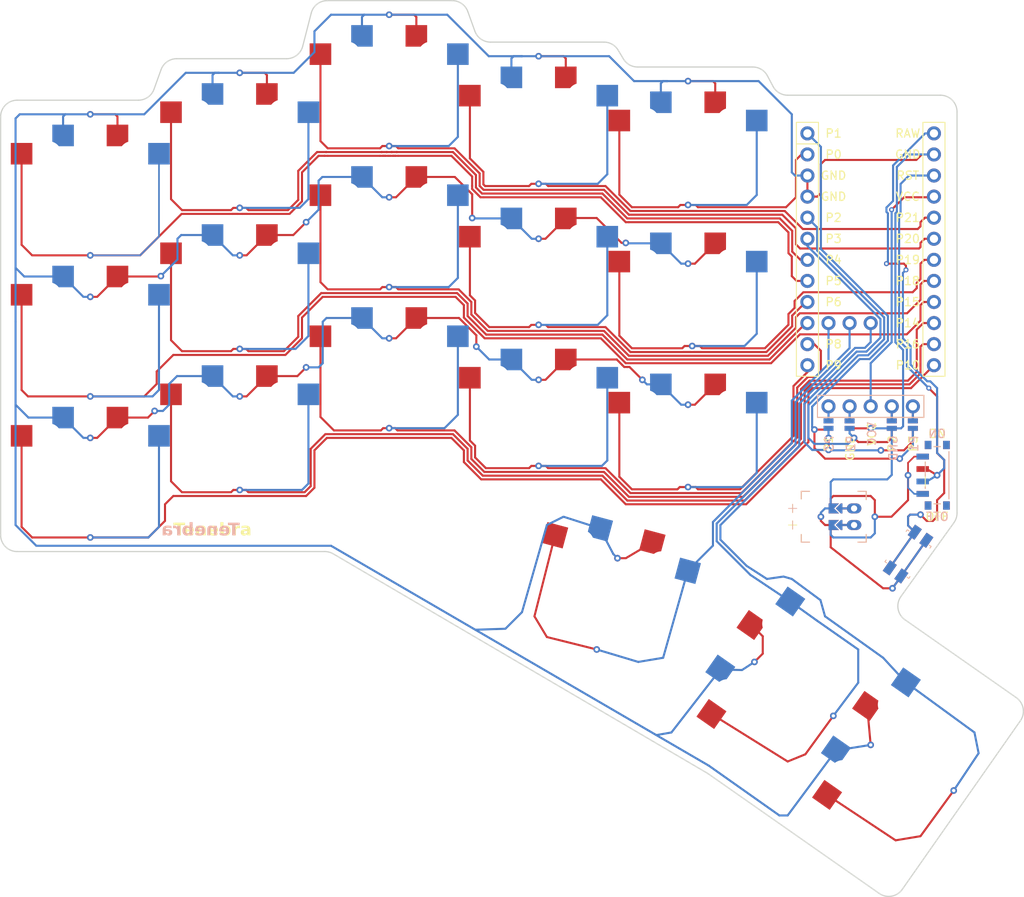
<source format=kicad_pcb>
(kicad_pcb (version 20241229) (generator "pcbnew") (generator_version "9.0")
  (title_block (title "Tenebra") (rev "v1.0.0") (company "Unknown"))
  (layers (0 "F.Cu" signal) (2 "B.Cu" signal) (13 "F.Paste" user) (15 "B.Paste" user) (5 "F.SilkS" user "F.Silkscreen") (7 "B.SilkS" user "B.Silkscreen") (1 "F.Mask" user) (3 "B.Mask" user) (25 "Edge.Cuts" user))
  (net 0 "")
  (net 1 "RAW")
  (net 2 "GND")
  (net 3 "RST")
  (net 4 "VCC")
  (net 5 "main_index_top")
  (net 6 "main_middle_top")
  (net 7 "main_inner_home")
  (net 8 "main_middle_home")
  (net 9 "main_pinky_home")
  (net 10 "main_middle_bottom")
  (net 11 "main_ring_bottom")
  (net 12 "main_pinky_bottom")
  (net 13 "P1")
  (net 14 "main_inner_top")
  (net 15 "P2")
  (net 16 "P3")
  (net 17 "main_ring_top")
  (net 18 "main_pinky_top")
  (net 19 "main_index_home")
  (net 20 "main_ring_home")
  (net 21 "main_index_bottom")
  (net 22 "main_inner_bottom")
  (net 23 "thumb_inner")
  (net 24 "thumb_home")
  (net 25 "thumb_outer")
  (net 26 "JST1_1")
  (net 27 "JST1_2")
  (net 28 "DISP1_1")
  (net 29 "DISP1_2")
  (net 30 "DISP1_4")
  (net 31 "DISP1_5")
  (net 32 "pos")
  (footprint "PG1350" (layer "F.Cu") (at 136 54)
    (property "Reference" "S9" (hide yes))
    (property "Value" "" (hide yes))
  )
  (footprint "ceoloide:mcu_nice_nano" (layer "F.Cu") (at 194 72.5)
    (property "Reference" "MCU1" (hide yes))
    (property "Value" "")
  )
  (footprint "PG1350" (layer "F.Cu") (at 182.638304 125.147153 55)
    (property "Reference" "S17" (hide yes))
    (property "Value" "" (hide yes))
  )
  (footprint "ceoloide:battery_connector_jst_ph_2" (layer "F.Cu") (at 192 106 -90)
    (property "Reference" "JST1" (hide yes))
    (property "Value" "")
  )
  (footprint "ceoloide:reset_switch_smd_side" (layer "F.Cu") (at 198.5 110.5 -125)
    (property "Reference" "RST1" (hide yes))
    (property "Value" "")
  )
  (footprint "PG1350" (layer "F.Cu") (at 118 95)
    (property "Reference" "S4" (hide yes))
    (property "Value" "" (hide yes))
  )
  (footprint "PG1350" (layer "F.Cu") (at 154 59)
    (property "Reference" "S12" (hide yes))
    (property "Value" "" (hide yes))
  )
  (footprint "PG1350" (layer "F.Cu") (at 100 100)
    (property "Reference" "S1" (hide yes))
    (property "Value" "" (hide yes))
  )
  (footprint "PG1350" (layer "F.Cu") (at 172 62)
    (property "Reference" "S15" (hide yes))
    (property "Value" "" (hide yes))
  )
  (footprint "PG1350" (layer "F.Cu") (at 118 61)
    (property "Reference" "S6" (hide yes))
    (property "Value" "" (hide yes))
  )
  (footprint "PG1350" (layer "F.Cu") (at 172 79)
    (property "Reference" "S14" (hide yes))
    (property "Value" "" (hide yes))
  )
  (footprint "PG1350" (layer "F.Cu") (at 154 93)
    (property "Reference" "S10" (hide yes))
    (property "Value" "" (hide yes))
  )
  (footprint "PG1350" (layer "F.Cu") (at 136 71)
    (property "Reference" "S8" (hide yes))
    (property "Value" "" (hide yes))
  )
  (footprint "PG1350" (layer "F.Cu") (at 154 76)
    (property "Reference" "S11" (hide yes))
    (property "Value" "" (hide yes))
  )
  (footprint "PG1350" (layer "F.Cu") (at 172 96)
    (property "Reference" "S13" (hide yes))
    (property "Value" "" (hide yes))
  )
  (footprint "PG1350" (layer "F.Cu") (at 100 83)
    (property "Reference" "S2" (hide yes))
    (property "Value" "" (hide yes))
  )
  (footprint "PG1350" (layer "F.Cu") (at 136 88)
    (property "Reference" "S7" (hide yes))
    (property "Value" "" (hide yes))
  )
  (footprint "PG1350" (layer "F.Cu") (at 100 66)
    (property "Reference" "S3" (hide yes))
    (property "Value" "" (hide yes))
  )
  (footprint "PG1350" (layer "F.Cu") (at 196.563889 134.897952 55)
    (property "Reference" "S18" (hide yes))
    (property "Value" "" (hide yes))
  )
  (footprint "ceoloide:power_switch_smd_side" (layer "F.Cu") (at 202 101)
    (property "Reference" "PWR1" (hide yes))
    (property "Value" "")
  )
  (footprint "PG1350" (layer "F.Cu") (at 118 78)
    (property "Reference" "S5" (hide yes))
    (property "Value" "" (hide yes))
  )
  (footprint "ceoloide:display_nice_view" (layer "F.Cu") (at 194 76)
    (property "Reference" "DISP1" (hide yes))
    (property "Value" "")
  )
  (footprint "PG1350" (layer "F.Cu") (at 163 114 -15)
    (property "Reference" "S16" (hide yes))
    (property "Value" "" (hide yes))
  )
  (gr_line (start 163.582605 49.771008) (end 164.217395 50.828992) (stroke (width 0.15)) (layer "Edge.Cuts"))
  (gr_line (start 195.021435 151.397069) (end 174.444577 136.988997) (stroke (width 0.15)) (layer "Edge.Cuts"))
  (gr_arc (start 197.806892 150.905917) (mid 196.515884 151.72838) (end 195.021435 151.397068) (stroke (width 0.15)) (layer "Edge.Cuts"))
  (gr_line (start 89.2 108.2) (end 89.2 57.8) (stroke (width 0.15)) (layer "Edge.Cuts"))
  (gr_line (start 212.031587 130.590947) (end 197.806892 150.905917) (stroke (width 0.15)) (layer "Edge.Cuts"))
  (gr_line (start 198.125543 118.412281) (end 211.540436 127.80549) (stroke (width 0.15)) (layer "Edge.Cuts"))
  (gr_arc (start 148.205653 48.8) (mid 147.055626 48.436288) (end 146.323878 47.477439) (stroke (width 0.15)) (layer "Edge.Cuts"))
  (gr_line (start 204.4 57.2) (end 204.4 105.556569) (stroke (width 0.15)) (layer "Edge.Cuts"))
  (gr_arc (start 198.125543 118.41228) (mid 197.301091 117.109792) (end 197.647869 115.607813) (stroke (width 0.15)) (layer "Edge.Cuts"))
  (gr_arc (start 143.594347 43.8) (mid 144.744374 44.163712) (end 145.476122 45.122561) (stroke (width 0.15)) (layer "Edge.Cuts"))
  (gr_arc (start 89.2 57.8) (mid 89.785786 56.385786) (end 91.2 55.8) (stroke (width 0.15)) (layer "Edge.Cuts"))
  (gr_line (start 110.405653 50.8) (end 123.649222 50.8) (stroke (width 0.15)) (layer "Edge.Cuts"))
  (gr_line (start 181.563413 52.864225) (end 182.236587 54.135775) (stroke (width 0.15)) (layer "Edge.Cuts"))
  (gr_line (start 165.932381 51.8) (end 179.795837 51.8) (stroke (width 0.15)) (layer "Edge.Cuts"))
  (gr_line (start 148.205653 48.8) (end 161.867619 48.8) (stroke (width 0.15)) (layer "Edge.Cuts"))
  (gr_line (start 145.476122 45.122561) (end 146.323878 47.477439) (stroke (width 0.15)) (layer "Edge.Cuts"))
  (gr_arc (start 126.613792 45.301918) (mid 127.32525 44.219468) (end 128.550778 43.8) (stroke (width 0.15)) (layer "Edge.Cuts"))
  (gr_arc (start 165.932381 51.8) (mid 164.946984 51.5404) (end 164.217395 50.828992) (stroke (width 0.15)) (layer "Edge.Cuts"))
  (gr_line (start 184.004163 55.2) (end 202.4 55.2) (stroke (width 0.15)) (layer "Edge.Cuts"))
  (gr_line (start 174.309548 136.902308) (end 129.268701 110.475006) (stroke (width 0.15)) (layer "Edge.Cuts"))
  (gr_arc (start 161.867619 48.8) (mid 162.853016 49.0596) (end 163.582605 49.771008) (stroke (width 0.15)) (layer "Edge.Cuts"))
  (gr_arc (start 174.309548 136.902307) (mid 174.377932 136.944297) (end 174.444577 136.988997) (stroke (width 0.15)) (layer "Edge.Cuts"))
  (gr_arc (start 202.4 55.2) (mid 203.814214 55.785786) (end 204.4 57.2) (stroke (width 0.15)) (layer "Edge.Cuts"))
  (gr_arc (start 91.2 110.2) (mid 89.785786 109.614214) (end 89.2 108.2) (stroke (width 0.15)) (layer "Edge.Cuts"))
  (gr_line (start 204.024827 106.722732) (end 197.647869 115.607813) (stroke (width 0.15)) (layer "Edge.Cuts"))
  (gr_arc (start 128.256577 110.2) (mid 128.780987 110.269976) (end 129.268701 110.475006) (stroke (width 0.15)) (layer "Edge.Cuts"))
  (gr_arc (start 204.4 105.556569) (mid 204.303898 106.169082) (end 204.024827 106.722732) (stroke (width 0.15)) (layer "Edge.Cuts"))
  (gr_line (start 91.2 55.8) (end 105.794347 55.8) (stroke (width 0.15)) (layer "Edge.Cuts"))
  (gr_line (start 125.586207 49.298082) (end 126.613793 45.301918) (stroke (width 0.15)) (layer "Edge.Cuts"))
  (gr_arc (start 179.795837 51.8) (mid 180.82745 52.08659) (end 181.563413 52.864225) (stroke (width 0.15)) (layer "Edge.Cuts"))
  (gr_line (start 91.2 110.2) (end 128.256577 110.2) (stroke (width 0.15)) (layer "Edge.Cuts"))
  (gr_line (start 128.550778 43.8) (end 143.594347 43.8) (stroke (width 0.15)) (layer "Edge.Cuts"))
  (gr_arc (start 211.540436 127.80549) (mid 212.362899 129.096498) (end 212.031587 130.590947) (stroke (width 0.15)) (layer "Edge.Cuts"))
  (gr_arc (start 125.586208 49.298082) (mid 124.87475 50.380532) (end 123.649222 50.8) (stroke (width 0.15)) (layer "Edge.Cuts"))
  (gr_arc (start 107.676122 54.477439) (mid 106.944374 55.436288) (end 105.794347 55.8) (stroke (width 0.15)) (layer "Edge.Cuts"))
  (gr_line (start 107.676122 54.477439) (end 108.523878 52.122561) (stroke (width 0.15)) (layer "Edge.Cuts"))
  (gr_arc (start 108.523878 52.122561) (mid 109.255626 51.163712) (end 110.405653 50.8) (stroke (width 0.15)) (layer "Edge.Cuts"))
  (gr_arc (start 184.004163 55.2) (mid 182.97255 54.91341) (end 182.236587 54.135775) (stroke (width 0.15)) (layer "Edge.Cuts"))
  (gr_text "Tenebra" (at 110 108.5 0) (layer "F.SilkS") (effects (font (size 1.5 1.5) (thickness 0.3) (bold yes)) (justify left bottom)))
  (gr_text "Tenebra" (at 118 108.5 0) (layer "B.SilkS") (effects (font (size 1.5 1.5) (thickness 0.3) (bold yes)) (justify left bottom mirror)))
  (segment (start 198.25 76.25) (end 198.25 75.75) (width 0.25) (layer "F.Cu") (net 1))
  (segment (start 198.25 75.75) (end 198 75.5) (width 0.25) (layer "F.Cu") (net 1))
  (segment (start 200.765 100.25) (end 202 101) (width 0.25) (layer "F.Cu") (net 1))
  (segment (start 198 75.5) (end 195.9 75.5) (width 0.25) (layer "F.Cu") (net 1))
  (via (at 202 101) (size 0.8) (drill 0.4) (layers "F.Cu" "B.Cu") (net 1))
  (via (at 195.9 75.5) (size 0.6) (drill 0.3) (layers "F.Cu" "B.Cu") (net 1))
  (via (at 198.25 76.25) (size 0.6) (drill 0.3) (layers "F.Cu" "B.Cu") (net 1))
  (segment (start 196.074 69.434298) (end 195.899 69.259298) (width 0.25) (layer "B.Cu") (net 1))
  (segment (start 195.899 68.740702) (end 196.7 67.939702) (width 0.25) (layer "B.Cu") (net 1))
  (segment (start 195.899 69.259298) (end 195.899 68.740702) (width 0.25) (layer "B.Cu") (net 1))
  (segment (start 197.878 76.622) (end 197.878 84.5) (width 0.25) (layer "B.Cu") (net 1))
  (segment (start 198.806 87.66819) (end 200.818905 89.681095) (width 0.25) (layer "B.Cu") (net 1))
  (segment (start 202.851 99.15786) (end 202 98.30686) (width 0.25) (layer "B.Cu") (net 1))
  (segment (start 201.181095 89.681095) (end 202 90.5) (width 0.25) (layer "B.Cu") (net 1))
  (segment (start 202 98.30686) (end 202 90.5) (width 0.25) (layer "B.Cu") (net 1))
  (segment (start 198.25 76.25) (end 197.878 76.622) (width 0.25) (layer "B.Cu") (net 1))
  (segment (start 195.9 75.5) (end 196.074 75.326) (width 0.25) (layer "B.Cu") (net 1))
  (segment (start 196.074 75.326) (end 196.074 69.434298) (width 0.25) (layer "B.Cu") (net 1))
  (segment (start 198.806 85.428) (end 198.806 87.66819) (width 0.25) (layer "B.Cu") (net 1))
  (segment (start 200.818905 89.681095) (end 201.181095 89.681095) (width 0.25) (layer "B.Cu") (net 1))
  (segment (start 200.56219 59.8) (end 201.62 59.8) (width 0.25) (layer "B.Cu") (net 1))
  (segment (start 196.7 63.66219) (end 200.56219 59.8) (width 0.25) (layer "B.Cu") (net 1))
  (segment (start 197.878 84.5) (end 198.806 85.428) (width 0.25) (layer "B.Cu") (net 1))
  (segment (start 202 101) (end 202.851 100.149) (width 0.25) (layer "B.Cu") (net 1))
  (segment (start 202 101) (end 202.191726 101) (width 0.25) (layer "B.Cu") (net 1))
  (segment (start 202.851 100.149) (end 202.851 99.15786) (width 0.25) (layer "B.Cu") (net 1))
  (segment (start 202 101) (end 200.765 101.75) (width 0.25) (layer "B.Cu") (net 1))
  (segment (start 196.7 67.939702) (end 196.7 63.66219) (width 0.25) (layer "B.Cu") (net 1))
  (segment (start 121.275 89.05) (end 124.95 89.05) (width 0.25) (layer "F.Cu") (net 2))
  (segment (start 154 89.5) (end 154.825 89.5) (width 0.25) (layer "F.Cu") (net 2))
  (segment (start 106.95 94.05) (end 103.275 94.05) (width 0.25) (layer "F.Cu") (net 2))
  (segment (start 161 70) (end 164 73) (width 0.25) (layer "F.Cu") (net 2))
  (segment (start 188 67) (end 187.58 67.42) (width 0.25) (layer "F.Cu") (net 2))
  (segment (start 121 52.5) (end 118 52.5) (width 0.25) (layer "F.Cu") (net 2))
  (segment (start 108.45 77.05) (end 108.5 77) (width 0.25) (layer "F.Cu") (net 2))
  (segment (start 100 96.5) (end 100.825 96.5) (width 0.25) (layer "F.Cu") (net 2))
  (segment (start 188 63.5) (end 188 67) (width 0.25) (layer "F.Cu") (net 2))
  (segment (start 146.5 84.136396) (end 146.5 85.5) (width 0.25) (layer "F.Cu") (net 2))
  (segment (start 136 67.5) (end 136.825 67.5) (width 0.25) (layer "F.Cu") (net 2))
  (segment (start 189.184 109.684) (end 195.5 114.625727) (width 0.25) (layer "F.Cu") (net 2))
  (segment (start 103.275 60.05) (end 103.275 57.775) (width 0.25) (layer "F.Cu") (net 2))
  (segment (start 118.825 74.5) (end 121.275 72.05) (width 0.25) (layer "F.Cu") (net 2))
  (segment (start 144.413604 82.05) (end 146.5 84.136396) (width 0.25) (layer "F.Cu") (net 2))
  (segment (start 172 53.5) (end 175 53.5) (width 0.25) (layer "F.Cu") (net 2))
  (segment (start 157.275 70.05) (end 157.95 70.05) (width 0.25) (layer "F.Cu") (net 2))
  (segment (start 164.31319 87.951) (end 164.049 87.68681) (width 0.25) (layer "F.Cu") (net 2))
  (segment (start 189.184 107) (end 189.184 109.684) (width 0.25) (layer "F.Cu") (net 2))
  (segment (start 121.275 72.05) (end 124.45 72.05) (width 0.25) (layer "F.Cu") (net 2))
  (segment (start 164.68681 87.951) (end 164.31319 87.951) (width 0.25) (layer "F.Cu") (net 2))
  (segment (start 100 79.5) (end 100.825 79.5) (width 0.25) (layer "F.Cu") (net 2))
  (segment (start 172 92.5) (end 172.825 92.5) (width 0.25) (layer "F.Cu") (net 2))
  (segment (start 157.95 70.05) (end 158 70) (width 0.25) (layer "F.Cu") (net 2))
  (segment (start 191.46 95.35) (end 191.5 95.39) (width 0.25) (layer "F.Cu") (net 2))
  (segment (start 186.38 64.88) (end 186.38 67.42) (width 0.25) (layer "F.Cu") (net 2))
  (segment (start 200.701917 108.837266) (end 197.690641 113.137814) (width 0.25) (layer "F.Cu") (net 2))
  (segment (start 193.568397 128.802449) (end 194 133.5) (width 0.25) (layer "F.Cu") (net 2))
  (segment (start 103 57.5) (end 100 57.5) (width 0.25) (layer "F.Cu") (net 2))
  (segment (start 139.275 82.05) (end 144.413604 82.05) (width 0.25) (layer "F.Cu") (net 2))
  (segment (start 195.5 114.625727) (end 196.625727 114.625727) (width 0.25) (layer "F.Cu") (net 2))
  (segment (start 139.275 45.775) (end 139 45.5) (width 0.25) (layer "F.Cu") (net 2))
  (segment (start 154 50.5) (end 157 50.5) (width 0.25) (layer "F.Cu") (net 2))
  (segment (start 188 106.5) (end 188.5 107) (width 0.25) (layer "F.Cu") (net 2))
  (segment (start 157 50.5) (end 157.275 50.775) (width 0.25) (layer "F.Cu") (net 2))
  (segment (start 172 75.5) (end 172.825 75.5) (width 0.25) (layer "F.Cu") (net 2))
  (segment (start 118.825 91.5) (end 121.275 89.05) (width 0.25) (layer "F.Cu") (net 2))
  (segment (start 103.275 77.05) (end 108.45 77.05) (width 0.25) (layer "F.Cu") (net 2))
  (segment (start 139.275 48.05) (end 139.275 45.775) (width 0.25) (layer "F.Cu") (net 2))
  (segment (start 124.45 72.05) (end 126 70.5) (width 0.25) (layer "F.Cu") (net 2))
  (segment (start 201.62 62.34) (end 200.16 62.34) (width 0.25) (layer "F.Cu") (net 2))
  (segment (start 107.75 93.25) (end 106.95 94.05) (width 0.25) (layer "F.Cu") (net 2))
  (segment (start 163.41219 87.05) (end 157.275 87.05) (width 0.25) (layer "F.Cu") (net 2))
  (segment (start 103.275 57.775) (end 103 57.5) (width 0.25) (layer "F.Cu") (net 2))
  (segment (start 194 95.35) (end 191.46 95.35) (width 0.25) (layer "F.Cu") (net 2))
  (segment (start 188.5 63) (end 188 63.5) (width 0.25) (layer "F.Cu") (net 2))
  (segment (start 181 120.408838) (end 181 122.5) (width 0.25) (layer "F.Cu") (net 2))
  (segment (start 154.825 89.5) (end 157.275 87.05) (width 0.25) (layer "F.Cu") (net 2))
  (segment (start 146 70) (end 146 67.139224) (width 0.25) (layer "F.Cu") (net 2))
  (segment (start 175 53.5) (end 175.275 53.775) (width 0.25) (layer "F.Cu") (net 2))
  (segment (start 164.049 87.68681) (end 163.41219 87.05) (width 0.25) (layer "F.Cu") (net 2))
  (segment (start 118 74.5) (end 118.825 74.5) (width 0.25) (layer "F.Cu") (net 2))
  (segment (start 164.5 111) (end 167.70338 109.100374) (width 0.25) (layer "F.Cu") (net 2))
  (segment (start 196.625727 114.625727) (end 197.690641 113.137814) (width 0.25) (layer "F.Cu") (net 2))
  (segment (start 172.825 75.5) (end 175.275 73.05) (width 0.25) (layer "F.Cu") (net 2))
  (segment (start 199.5 63) (end 188.5 63) (width 0.25) (layer "F.Cu") (net 2))
  (segment (start 200.16 62.34) (end 199.5 63) (width 0.25) (layer "F.Cu") (net 2))
  (segment (start 188 106) (end 188 106.5) (width 0.25) (layer "F.Cu") (net 2))
  (segment (start 124.95 89.05) (end 126 88) (width 0.25) (layer "F.Cu") (net 2))
  (segment (start 175.275 53.775) (end 175.275 56.05) (width 0.25) (layer "F.Cu") (net 2))
  (segment (start 139 45.5) (end 136 45.5) (width 0.25) (layer "F.Cu") (net 2))
  (segment (start 136.825 84.5) (end 139.275 82.05) (width 0.25) (layer "F.Cu") (net 2))
  (segment (start 100.825 96.5) (end 103.275 94.05) (width 0.25) (layer "F.Cu") (net 2))
  (segment (start 157.275 50.775) (end 157.275 53.05) (width 0.25) (layer "F.Cu") (net 2))
  (segment (start 179.642812 119.05165) (end 181 120.408838) (width 0.25) (layer "F.Cu") (net 2))
  (segment (start 164.951 87.951) (end 164.68681 87.951) (width 0.25) (layer "F.Cu") (net 2))
  (segment (start 157.275 70.05) (end 154.825 72.5) (width 0.25) (layer "F.Cu") (net 2))
  (segment (start 121.275 55.05) (end 121.275 52.775) (width 0.25) (layer "F.Cu") (net 2))
  (segment (start 172.825 92.5) (end 175.275 90.05) (width 0.25) (layer "F.Cu") (net 2))
  (segment (start 118 91.5) (end 118.825 91.5) (width 0.25) (layer "F.Cu") (net 2))
  (segment (start 146 67.139224) (end 143.910776 65.05) (width 0.25) (layer "F.Cu") (net 2))
  (segment (start 164 73) (end 164.5 73) (width 0.25) (layer "F.Cu") (net 2))
  (segment (start 187.58 67.42) (end 186.38 67.42) (width 0.25) (layer "F.Cu") (net 2))
  (segment (start 166.5 89.5) (end 164.951 87.951) (width 0.25) (layer "F.Cu") (net 2))
  (segment (start 181 122.5) (end 180 123.5) (width 0.25) (layer "F.Cu") (net 2))
  (segment (start 100.825 79.5) (end 103.275 77.05) (width 0.25) (layer "F.Cu") (net 2))
  (segment (start 121.275 52.775) (end 121 52.5) (width 0.25) (layer "F.Cu") (net 2))
  (segment (start 188.5 107) (end 189.184 107) (width 0.25) (layer "F.Cu") (net 2))
  (segment (start 136.825 67.5) (end 139.275 65.05) (width 0.25) (layer "F.Cu") (net 2))
  (segment (start 158 70) (end 161 70) (width 0.25) (layer "F.Cu") (net 2))
  (segment (start 163.5 111) (end 164.5 111) (width 0.25) (layer "F.Cu") (net 2))
  (segment (start 154.825 72.5) (end 154 72.5) (width 0.25) (layer "F.Cu") (net 2))
  (segment (start 143.910776 65.05) (end 139.275 65.05) (width 0.25) (layer "F.Cu") (net 2))
  (segment (start 136 84.5) (end 136.825 84.5) (width 0.25) (layer "F.Cu") (net 2))
  (via (at 126 88) (size 0.8) (drill 0.4) (layers "F.Cu" "B.Cu") (net 2))
  (via (at 166.5 89.5) (size 0.8) (drill 0.4) (layers "F.Cu" "B.Cu") (net 2))
  (via (at 108.5 77) (size 0.8) (drill 0.4) (layers "F.Cu" "B.Cu") (net 2))
  (via (at 154 72.5) (size 0.8) (drill 0.4) (layers "F.Cu" "B.Cu") (net 2))
  (via (at 163.5 111) (size 0.8) (drill 0.4) (layers "F.Cu" "B.Cu") (net 2))
  (via (at 136 45.5) (size 0.8) (drill 0.4) (layers "F.Cu" "B.Cu") (net 2))
  (via (at 118 91.5) (size 0.8) (drill 0.4) (layers "F.Cu" "B.Cu") (net 2))
  (via (at 100 57.5) (size 0.8) (drill 0.4) (layers "F.Cu" "B.Cu") (net 2))
  (via (at 194 95.35) (size 0.8) (drill 0.4) (layers "F.Cu" "B.Cu") (net 2))
  (via (at 154 89.5) (size 0.8) (drill 0.4) (layers "F.Cu" "B.Cu") (net 2))
  (via (at 154 50.5) (size 0.8) (drill 0.4) (layers "F.Cu" "B.Cu") (net 2))
  (via (at 126 70.5) (size 0.8) (drill 0.4) (layers "F.Cu" "B.Cu") (net 2))
  (via (at 118 52.5) (size 0.8) (drill 0.4) (layers "F.Cu" "B.Cu") (net 2))
  (via (at 100 96.5) (size 0.8) (drill 0.4) (layers "F.Cu" "B.Cu") (net 2))
  (via (at 194 133.5) (size 0.8) (drill 0.4) (layers "F.Cu" "B.Cu") (net 2))
  (via (at 107.75 93.25) (size 0.8) (drill 0.4) (layers "F.Cu" "B.Cu") (net 2))
  (via (at 146 70) (size 0.8) (drill 0.4) (layers "F.Cu" "B.Cu") (net 2))
  (via (at 188 106) (size 0.8) (drill 0.4) (layers "F.Cu" "B.Cu") (net 2))
  (via (at 136 84.5) (size 0.8) (drill 0.4) (layers "F.Cu" "B.Cu") (net 2))
  (via (at 146.5 85.5) (size 0.8) (drill 0.4) (layers "F.Cu" "B.Cu") (net 2))
  (via (at 180 123.5) (size 0.8) (drill 0.4) (layers "F.Cu" "B.Cu") (net 2))
  (via (at 196.625727 114.625727) (size 0.8) (drill 0.4) (layers "F.Cu" "B.Cu") (net 2))
  (via (at 172 53.5) (size 0.8) (drill 0.4) (layers "F.Cu" "B.Cu") (net 2))
  (via (at 118 74.5) (size 0.8) (drill 0.4) (layers "F.Cu" "B.Cu") (net 2))
  (via (at 100 79.5) (size 0.8) (drill 0.4) (layers "F.Cu" "B.Cu") (net 2))
  (via (at 164.5 73) (size 0.8) (drill 0.4) (layers "F.Cu" "B.Cu") (net 2))
  (via (at 172 75.5) (size 0.8) (drill 0.4) (layers "F.Cu" "B.Cu") (net 2))
  (via (at 136 67.5) (size 0.8) (drill 0.4) (layers "F.Cu" "B.Cu") (net 2))
  (via (at 172 92.5) (size 0.8) (drill 0.4) (layers "F.Cu" "B.Cu") (net 2))
  (segment (start 168.180556 132.319444) (end 170 132) (width 0.25) (layer "B.Cu") (net 2))
  (segment (start 91 92.5) (end 91 107) (width 0.25) (layer "B.Cu") (net 2))
  (segment (start 91 58) (end 91 76) (width 0.25) (layer "B.Cu") (net 2))
  (segment (start 189.811472 134.167895) (end 194 133.5) (width 0.25) (layer "B.Cu") (net 2))
  (segment (start 165.5 53.5) (end 169.5 53.5) (width 0.25) (layer "B.Cu") (net 2))
  (segment (start 188.5 105) (end 188 105.5) (width 0.25) (layer "B.Cu") (net 2))
  (segment (start 168.725 53.775) (end 168.725 56.05) (width 0.25) (layer "B.Cu") (net 2))
  (segment (start 99.175 79.5) (end 96.725 77.05) (width 0.25) (layer "B.Cu") (net 2))
  (segment (start 115.5 52.5) (end 118 52.5) (width 0.25) (layer "B.Cu") (net 2))
  (segment (start 117.175 91.5) (end 118 91.5) (width 0.25) (layer "B.Cu") (net 2))
  (segment (start 197.151 63.849) (end 198.66 62.34) (width 0.25) (layer "B.Cu") (net 2))
  (segment (start 150 119.5) (end 152 117.5) (width 0.25) (layer "B.Cu") (net 2))
  (segment (start 152 50.5) (end 154 50.5) (width 0.25) (layer "B.Cu") (net 2))
  (segment (start 196.54 95.35) (end 197.65 95.35) (width 0.25) (layer "B.Cu") (net 2))
  (segment (start 153.175 89.5) (end 154 89.5) (width 0.25) (layer "B.Cu") (net 2))
  (segment (start 155 107) (end 157 106) (width 0.25) (layer "B.Cu") (net 2))
  (segment (start 200.701917 108.837266) (end 197.690641 113.137814) (width 0.25) (layer "B.Cu") (net 2))
  (segment (start 106.5 57.5) (end 100 57.5) (width 0.25) (layer "B.Cu") (net 2))
  (segment (start 127 47.5) (end 129 45.5) (width 0.25) (layer "B.Cu") (net 2))
  (segment (start 148.05 87.05) (end 150.725 87.05) (width 0.25) (layer "B.Cu") (net 2))
  (segment (start 93.5 109.5) (end 129 109.5) (width 0.25) (layer "B.Cu") (net 2))
  (segment (start 110.5 72.5) (end 110.95 72.05) (width 0.25) (layer "B.Cu") (net 2))
  (segment (start 196.54 100.96) (end 196 101.5) (width 0.25) (layer "B.Cu") (net 2))
  (segment (start 124.5 52.5) (end 127 50) (width 0.25) (layer "B.Cu") (net 2))
  (segment (start 150.725 87.05) (end 153.175 89.5) (width 0.25) (layer "B.Cu") (net 2))
  (segment (start 180.5 53.5) (end 184.5 57.5) (width 0.25) (layer "B.Cu") (net 2))
  (segment (start 136 45.5) (end 143 45.5) (width 0.25) (layer "B.Cu") (net 2))
  (segment (start 96.725 77.05) (end 92.05 77.05) (width 0.25) (layer "B.Cu") (net 2))
  (segment (start 197.904 85.904) (end 196.976 84.976) (width 0.25) (layer "B.Cu") (net 2))
  (segment (start 148 50.5) (end 152 50.5) (width 0.25) (layer "B.Cu") (net 2))
  (segment (start 114.725 55.05) (end 114.725 52.775) (width 0.25) (layer "B.Cu") (net 2))
  (segment (start 109.5 92.5) (end 109.5 90) (width 0.25) (layer "B.Cu") (net 2))
  (segment (start 114.725 89.05) (end 117.175 91.5) (width 0.25) (layer "B.Cu") (net 2))
  (segment (start 128.45 82.05) (end 132.725 82.05) (width 0.25) (layer "B.Cu") (net 2))
  (segment (start 135.175 84.5) (end 136 84.5) (width 0.25) (layer "B.Cu") (net 2))
  (segment (start 196 101.5) (end 189.5 101.5) (width 0.25) (layer "B.Cu") (net 2))
  (segment (start 126 88) (end 127.5 88) (width 0.25) (layer "B.Cu") (net 2))
  (segment (start 152 117.5) (end 155 107) (width 0.25) (layer "B.Cu") (net 2))
  (segment (start 164.55 73.05) (end 168.725 73.05) (width 0.25) (layer "B.Cu") (net 2))
  (segment (start 133 45.5) (end 136 45.5) (width 0.25) (layer "B.Cu") (net 2))
  (segment (start 114.725 52.775) (end 115 52.5) (width 0.25) (layer "B.Cu") (net 2))
  (segment (start 171.175 75.5) (end 172 75.5) (width 0.25) (layer "B.Cu") (net 2))
  (segment (start 157 106) (end 161.376566 107.405109) (width 0.25) (layer "B.Cu") (net 2))
  (segment (start 194 95.35) (end 196.54 95.35) (width 0.25) (layer "B.Cu") (net 2))
  (segment (start 129 45.5) (end 133 45.5) (width 0.25) (layer "B.Cu") (net 2))
  (segment (start 150.725 53.05) (end 150.725 50.775) (width 0.25) (layer "B.Cu") (net 2))
  (segment (start 196.976 84.976) (end 196.976 69.434298) (width 0.25) (layer "B.Cu") (net 2))
  (segment (start 146.05 70.05) (end 150.725 70.05) (width 0.25) (layer "B.Cu") (net 2))
  (segment (start 127.5 65.5) (end 127.95 65.05) (width 0.25) (layer "B.Cu") (net 2))
  (segment (start 109.5 90) (end 110.45 89.05) (width 0.25) (layer "B.Cu") (net 2))
  (segment (start 96.725 94.05) (end 99.175 96.5) (width 0.25) (layer "B.Cu") (net 2))
  (segment (start 127.95 65.05) (end 132.725 65.05) (width 0.25) (layer "B.Cu") (net 2))
  (segment (start 91.5 57.5) (end 91 58) (width 0.25) (layer "B.Cu") (net 2))
  (segment (start 115 52.5) (end 115.5 52.5) (width 0.25) (layer "B.Cu") (net 2))
  (segment (start 196.54 95.35) (end 196.54 100.96) (width 0.25) (layer "B.Cu") (net 2))
  (segment (start 110.5 75) (end 110.5 72.5) (width 0.25) (layer "B.Cu") (net 2))
  (segment (start 91 107) (end 93.5 109.5) (width 0.25) (layer "B.Cu") (net 2))
  (segment (start 146.5 85.5) (end 148.05 87.05) (width 0.25) (layer "B.Cu") (net 2))
  (segment (start 154 50.5) (end 162.5 50.5) (width 0.25) (layer "B.Cu") (net 2))
  (segment (start 184.88 64.88) (end 186.38 64.88) (width 0.25) (layer "B.Cu") (net 2))
  (segment (start 196.976 69.434298) (end 197.151 69.259298) (width 0.25) (layer "B.Cu") (net 2))
  (segment (start 110.95 72.05) (end 114.725 72.05) (width 0.25) (layer "B.Cu") (net 2))
  (segment (start 107.75 93.25) (end 108.75 93.25) (width 0.25) (layer "B.Cu") (net 2))
  (segment (start 110.45 89.05) (end 114.725 89.05) (width 0.25) (layer "B.Cu") (net 2))
  (segment (start 146.378472 119.621528) (end 168.180556 132.319444) (width 0.25) (layer "B.Cu") (net 2))
  (segment (start 183 142) (end 184 142) (width 0.25) (layer "B.Cu") (net 2))
  (segment (start 198.66 62.34) (end 201.62 62.34) (width 0.25) (layer "B.Cu") (net 2))
  (segment (start 91 82.5) (end 91 92.5) (width 0.25) (layer "B.Cu") (net 2))
  (segment (start 184.5 64.5) (end 184.88 64.88) (width 0.25) (layer "B.Cu") (net 2))
  (segment (start 127 50) (end 127 47.5) (width 0.25) (layer "B.Cu") (net 2))
  (segment (start 117.175 74.5) (end 118 74.5) (width 0.25) (layer "B.Cu") (net 2))
  (segment (start 168.725 90.05) (end 167.05 90.05) (width 0.25) (layer "B.Cu") (net 2))
  (segment (start 146.378472 119.621528) (end 150 119.5) (width 0.25) (layer "B.Cu") (net 2))
  (segment (start 169 53.5) (end 168.725 53.775) (width 0.25) (layer "B.Cu") (net 2))
  (segment (start 189.184 101.816) (end 189.5 101.5) (width 0.25) (layer "B.Cu") (net 2))
  (segment (start 163 110.5) (end 163.5 111) (width 0.25) (layer "B.Cu") (net 2))
  (segment (start 96.725 57.775) (end 97 57.5) (width 0.25) (layer "B.Cu") (net 2))
  (segment (start 189.184 105) (end 188.5 105) (width 0.25) (layer "B.Cu") (net 2))
  (segment (start 146 70) (end 146.05 70.05) (width 0.25) (layer "B.Cu") (net 2))
  (segment (start 97 57.5) (end 91.5 57.5) (width 0.25) (layer "B.Cu") (net 2))
  (segment (start 175.885887 124.417096) (end 178.5 124.477061) (width 0.25) (layer "B.Cu") (net 2))
  (segment (start 128 82.5) (end 128.45 82.05) (width 0.25) (layer "B.Cu") (net 2))
  (segment (start 97 57.5) (end 100 57.5) (width 0.25) (layer "B.Cu") (net 2))
  (segment (start 92.05 77.05) (end 91 76) (width 0.25) (layer "B.Cu") (net 2))
  (segment (start 100 79.5) (end 99.175 79.5) (width 0.25) (layer "B.Cu") (net 2))
  (segment (start 132.725 48.05) (end 132.725 45.775) (width 0.25) (layer "B.Cu") (net 2))
  (segment (start 99.175 96.5) (end 100 96.5) (width 0.25) (layer "B.Cu") (net 2))
  (segment (start 168.725 90.05) (end 171.175 92.5) (width 0.25) (layer "B.Cu") (net 2))
  (segment (start 135.175 67.5) (end 136 67.5) (width 0.25) (layer "B.Cu") (net 2))
  (segment (start 108.5 77) (end 110.5 75) (width 0.25) (layer "B.Cu") (net 2))
  (segment (start 169.5 53.5) (end 169 53.5) (width 0.25) (layer "B.Cu") (net 2))
  (segment (start 168.180556 132.319444) (end 174.5 136) (width 0.25) (layer "B.Cu") (net 2))
  (segment (start 174.5 136) (end 183 142) (width 0.25) (layer "B.Cu") (net 2))
  (segment (start 129 109.5) (end 146.378472 119.621528) (width 0.25) (layer "B.Cu") (net 2))
  (segment (start 189.184 105) (end 189.184 101.816) (width 0.25) (layer "B.Cu") (net 2))
  (segment (start 132.725 65.05) (end 135.175 67.5) (width 0.25) (layer "B.Cu") (net 2))
  (segment (start 171.175 92.5) (end 172 92.5) (width 0.25) (layer "B.Cu") (net 2))
  (segment (start 162.5 50.5) (end 165.5 53.5) (width 0.25) (layer "B.Cu") (net 2))
  (segment (start 184 142) (end 189.811472 134.167895) (width 0.25) (layer "B.Cu") (net 2))
  (segment (start 114.725 72.05) (end 117.175 74.5) (width 0.25) (layer "B.Cu") (net 2))
  (segment (start 91 92.5) (end 92.55 94.05) (width 0.25) (layer "B.Cu") (net 2))
  (segment (start 164.5 73) (end 164.55 73.05) (width 0.25) (layer "B.Cu") (net 2))
  (segment (start 118 52.5) (end 124.5 52.5) (width 0.25) (layer "B.Cu") (net 2))
  (segment (start 128 87.5) (end 128 82.5) (width 0.25) (layer "B.Cu") (net 2))
  (segment (start 188 105.5) (end 188 106) (width 0.25) (layer "B.Cu") (net 2))
  (segment (start 169.5 53.5) (end 180.5 53.5) (width 0.25) (layer "B.Cu") (net 2))
  (segment (start 92.55 94.05) (end 96.725 94.05) (width 0.25) (layer "B.Cu") (net 2))
  (segment (start 167.05 90.05) (end 166.5 89.5) (width 0.25) (layer "B.Cu") (net 2))
  (segment (start 153.175 72.5) (end 154 72.5) (width 0.25) (layer "B.Cu") (net 2))
  (segment (start 197.151 69.259298) (end 197.151 63.849) (width 0.25) (layer "B.Cu") (net 2))
  (segment (start 115.5 52.5) (end 111.5 52.5) (width 0.25) (layer "B.Cu") (net 2))
  (segment (start 108.75 93.25) (end 109.5 92.5) (width 0.25) (layer "B.Cu") (net 2))
  (segment (start 161.376566 107.405109) (end 163 110.5) (width 0.25) (layer "B.Cu") (net 2))
  (segment (start 91 76) (end 91 82.5) (width 0.25) (layer "B.Cu") (net 2))
  (segment (start 178.5 124.477061) (end 180 123.5) (width 0.25) (layer "B.Cu") (net 2))
  (segment (start 197.65 95.35) (end 197.904 95.096) (width 0.25) (layer "B.Cu") (net 2))
  (segment (start 127.5 88) (end 128 87.5) (width 0.25) (layer "B.Cu") (net 2))
  (segment (start 168.725 73.05) (end 171.175 75.5) (width 0.25) (layer "B.Cu") (net 2))
  (segment (start 150.725 70.05) (end 153.175 72.5) (width 0.25) (layer "B.Cu") (net 2))
  (segment (start 184.5 57.5) (end 184.5 64.5) (width 0.25) (layer "B.Cu") (net 2))
  (segment (start 143 45.5) (end 148 50.5) (width 0.25) (layer "B.Cu") (net 2))
  (segment (start 126 70.5) (end 127.5 69) (width 0.25) (layer "B.Cu") (net 2))
  (segment (start 96.725 60.05) (end 96.725 57.775) (width 0.25) (layer "B.Cu") (net 2))
  (segment (start 170 132) (end 175.885887 124.417096) (width 0.25) (layer "B.Cu") (net 2))
  (segment (start 111.5 52.5) (end 106.5 57.5) (width 0.25) (layer "B.Cu") (net 2))
  (segment (start 132.725 82.05) (end 135.175 84.5) (width 0.25) (layer "B.Cu") (net 2))
  (segment (start 196.625727 114.625727) (end 197.690641 113.137814) (width 0.25) (layer "B.Cu") (net 2))
  (segment (start 127.5 69) (end 127.5 65.5) (width 0.25) (layer "B.Cu") (net 2))
  (segment (start 150.725 50.775) (end 151 50.5) (width 0.25) (layer "B.Cu") (net 2))
  (segment (start 197.904 95.096) (end 197.904 85.904) (width 0.25) (layer "B.Cu") (net 2))
  (segment (start 151 50.5) (end 152 50.5) (width 0.25) (layer "B.Cu") (net 2))
  (segment (start 132.725 45.775) (end 133 45.5) (width 0.25) (layer "B.Cu") (net 2))
  (segment (start 202 106) (end 202 104) (width 0.25) (layer "F.Cu") (net 3))
  (segment (start 202 104) (end 202.851 103.149) (width 0.25) (layer "F.Cu") (net 3))
  (segment (start 198.75 105.75) (end 198.5 106) (width 0.25) (layer "F.Cu") (net 3))
  (segment (start 198.5 106) (end 198.5 107.052827) (width 0.25) (layer "F.Cu") (net 3))
  (segment (start 200 105.75) (end 198.75 105.75) (width 0.25) (layer "F.Cu") (net 3))
  (segment (start 202 91.5) (end 201 90.5) (width 0.25) (layer "F.Cu") (net 3))
  (segment (start 202 98.325) (end 202 91.5) (width 0.25) (layer "F.Cu") (net 3))
  (segment (start 200 105.75) (end 200.75 106.5) (width 0.25) (layer "F.Cu") (net 3))
  (segment (start 201.5 106.5) (end 202 106) (width 0.25) (layer "F.Cu") (net 3))
  (segment (start 202.851 99.15786) (end 202.36714 98.674) (width 0.25) (layer "F.Cu") (net 3))
  (segment (start 202.36714 98.674) (end 202.349 98.674) (width 0.25) (layer "F.Cu") (net 3))
  (segment (start 196.298083 112.162734) (end 199.309359 107.862186) (width 0.25) (layer "F.Cu") (net 3))
  (segment (start 198.5 107.052827) (end 199.309359 107.862186) (width 0.25) (layer "F.Cu") (net 3))
  (segment (start 202.851 103.149) (end 202.851 99.15786) (width 0.25) (layer "F.Cu") (net 3))
  (segment (start 200.75 106.5) (end 201.5 106.5) (width 0.25) (layer "F.Cu") (net 3))
  (segment (start 202.349 98.674) (end 202 98.325) (width 0.25) (layer "F.Cu") (net 3))
  (via (at 200 105.75) (size 0.8) (drill 0.4) (layers "F.Cu" "B.Cu") (net 3))
  (via (at 201 90.5) (size 0.6) (drill 0.3) (layers "F.Cu" "B.Cu") (net 3))
  (segment (start 197.427 69.621108) (end 197.602 69.446108) (width 0.25) (layer "B.Cu") (net 3))
  (segment (start 197.602 69.446108) (end 197.602 65.898) (width 0.25) (layer "B.Cu") (net 3))
  (segment (start 197.427 84.78919) (end 197.427 69.621108) (width 0.25) (layer "B.Cu") (net 3))
  (segment (start 196.298083 112.162734) (end 199.309359 107.862186) (width 0.25) (layer "B.Cu") (net 3))
  (segment (start 200 105.75) (end 198.75 105.75) (width 0.25) (layer "B.Cu") (net 3))
  (segment (start 197.602 65.898) (end 198.62 64.88) (width 0.25) (layer "B.Cu") (net 3))
  (segment (start 198.355 87.855) (end 198.355 85.71719) (width 0.25) (layer "B.Cu") (net 3))
  (segment (start 198.355 85.71719) (end 197.427 84.78919) (width 0.25) (layer "B.Cu") (net 3))
  (segment (start 198.5 106) (end 198.5 107.052827) (width 0.25) (layer "B.Cu") (net 3))
  (segment (start 198.62 64.88) (end 201.62 64.88) (width 0.25) (layer "B.Cu") (net 3))
  (segment (start 201 90.5) (end 198.355 87.855) (width 0.25) (layer "B.Cu") (net 3))
  (segment (start 198.75 105.75) (end 198.5 106) (width 0.25) (layer "B.Cu") (net 3))
  (segment (start 198.5 107.052827) (end 199.309359 107.862186) (width 0.25) (layer "B.Cu") (net 3))
  (segment (start 196.525 69) (end 198.025 67.5) (width 0.25) (layer "F.Cu") (net 4))
  (segment (start 198.025 67.5) (end 201.54 67.5) (width 0.25) (layer "F.Cu") (net 4))
  (segment (start 201.54 67.5) (end 201.62 67.42) (width 0.25) (layer "F.Cu") (net 4))
  (via (at 196.525 69) (size 0.6) (drill 0.3) (layers "F.Cu" "B.Cu") (net 4))
  (segment (start 196.525 84.975) (end 194 87.5) (width 0.25) (layer "B.Cu") (net 4))
  (segment (start 194 87.5) (end 194 92.7) (width 0.25) (layer "B.Cu") (net 4))
  (segment (start 196.525 69) (end 196.525 84.975) (width 0.25) (layer "B.Cu") (net 4))
  (segment (start 153.125 65.875) (end 152.85 66.15) (width 0.25) (layer "F.Cu") (net 5))
  (segment (start 154 65.875) (end 154.875 65.875) (width 0.25) (layer "F.Cu") (net 5))
  (segment (start 147.35 64.440812) (end 145.725 62.815812) (width 0.25) (layer "F.Cu") (net 5))
  (segment (start 147.559188 66.15) (end 147.35 65.940812) (width 0.25) (layer "F.Cu") (net 5))
  (segment (start 199.675 71.325) (end 200 71) (width 0.25) (layer "F.Cu") (net 5))
  (segment (start 162.059188 66.15) (end 165.059188 69.15) (width 0.25) (layer "F.Cu") (net 5))
  (segment (start 155.15 66.15) (end 162.059188 66.15) (width 0.25) (layer "F.Cu") (net 5))
  (segment (start 200 71) (end 200 70.5) (width 0.25) (layer "F.Cu") (net 5))
  (segment (start 185.825 71.325) (end 199.675 71.325) (width 0.25) (layer "F.Cu") (net 5))
  (segment (start 152.85 66.15) (end 147.559188 66.15) (width 0.25) (layer "F.Cu") (net 5))
  (segment (start 147.35 65.940812) (end 147.35 64.440812) (width 0.25) (layer "F.Cu") (net 5))
  (segment (start 183.65 69.15) (end 185.825 71.325) (width 0.25) (layer "F.Cu") (net 5))
  (segment (start 145.725 62.815812) (end 145.725 55.25) (width 0.25) (layer "F.Cu") (net 5))
  (segment (start 154 65.875) (end 153.125 65.875) (width 0.25) (layer "F.Cu") (net 5))
  (segment (start 200.54 69.96) (end 201.62 69.96) (width 0.25) (layer "F.Cu") (net 5))
  (segment (start 165.059188 69.15) (end 183.65 69.15) (width 0.25) (layer "F.Cu") (net 5))
  (segment (start 200 70.5) (end 200.54 69.96) (width 0.25) (layer "F.Cu") (net 5))
  (segment (start 154.875 65.875) (end 155.15 66.15) (width 0.25) (layer "F.Cu") (net 5))
  (via (at 154 65.875) (size 0.8) (drill 0.4) (layers "F.Cu" "B.Cu") (net 5))
  (segment (start 154 65.875) (end 161.125 65.875) (width 0.25) (layer "B.Cu") (net 5))
  (segment (start 161.125 65.875) (end 162.275 64.725) (width 0.25) (layer "B.Cu") (net 5))
  (segment (start 162.275 64.725) (end 162.275 55.25) (width 0.25) (layer "B.Cu") (net 5))
  (segment (start 161.872792 66.6) (end 147.372792 66.6) (width 0.25) (layer "F.Cu") (net 6))
  (segment (start 185.5 73.675) (end 185 73.175) (width 0.25) (layer "F.Cu") (net 6))
  (segment (start 135.175 61.325) (end 134.9 61.6) (width 0.25) (layer "F.Cu") (net 6))
  (segment (start 199.825 73.675) (end 185.5 73.675) (width 0.25) (layer "F.Cu") (net 6))
  (segment (start 185 71.25) (end 183.35 69.6) (width 0.25) (layer "F.Cu") (net 6))
  (segment (start 134.9 61.6) (end 128.6 61.6) (width 0.25) (layer "F.Cu") (net 6))
  (segment (start 185 73.175) (end 185 71.25) (width 0.25) (layer "F.Cu") (net 6))
  (segment (start 143.872792 61.6) (end 137.1 61.6) (width 0.25) (layer "F.Cu") (net 6))
  (segment (start 146.9 66.127208) (end 146.9 64.627208) (width 0.25) (layer "F.Cu") (net 6))
  (segment (start 128.6 61.6) (end 127.725 60.725) (width 0.25) (layer "F.Cu") (net 6))
  (segment (start 136.825 61.325) (end 136 61.325) (width 0.25) (layer "F.Cu") (net 6))
  (segment (start 164.872792 69.6) (end 161.872792 66.6) (width 0.25) (layer "F.Cu") (net 6))
  (segment (start 183.35 69.6) (end 164.872792 69.6) (width 0.25) (layer "F.Cu") (net 6))
  (segment (start 137.1 61.6) (end 136.825 61.325) (width 0.25) (layer "F.Cu") (net 6))
  (segment (start 201.62 72.5) (end 200.5 72.5) (width 0.25) (layer "F.Cu") (net 6))
  (segment (start 200 73) (end 200 73.5) (width 0.25) (layer "F.Cu") (net 6))
  (segment (start 146.9 64.627208) (end 143.872792 61.6) (width 0.25) (layer "F.Cu") (net 6))
  (segment (start 200 73.5) (end 199.825 73.675) (width 0.25) (layer "F.Cu") (net 6))
  (segment (start 147.372792 66.6) (end 146.9 66.127208) (width 0.25) (layer "F.Cu") (net 6))
  (segment (start 200.5 72.5) (end 200 73) (width 0.25) (layer "F.Cu") (net 6))
  (segment (start 136 61.325) (end 135.175 61.325) (width 0.25) (layer "F.Cu") (net 6))
  (segment (start 127.725 60.725) (end 127.725 50.25) (width 0.25) (layer "F.Cu") (net 6))
  (via (at 136 61.325) (size 0.8) (drill 0.4) (layers "F.Cu" "B.Cu") (net 6))
  (segment (start 144.275 60.225) (end 144.275 50.25) (width 0.25) (layer "B.Cu") (net 6))
  (segment (start 143.175 61.325) (end 144.275 60.225) (width 0.25) (layer "B.Cu") (net 6))
  (segment (start 136 61.325) (end 143.175 61.325) (width 0.25) (layer "B.Cu") (net 6))
  (segment (start 200 75.5) (end 200 77.363604) (width 0.25) (layer "F.Cu") (net 7))
  (segment (start 184.095406 82.85901) (end 181.254416 85.7) (width 0.25) (layer "F.Cu") (net 7))
  (segment (start 171.575 85.425) (end 172.5 85.425) (width 0.25) (layer "F.Cu") (net 7))
  (segment (start 173.7 85.7) (end 173.425 85.425) (width 0.25) (layer "F.Cu") (net 7))
  (segment (start 185.893299 78.945) (end 184.833179 80.00512) (width 0.25) (layer "F.Cu") (net 7))
  (segment (start 173.425 85.425) (end 172.5 85.425) (width 0.25) (layer "F.Cu") (net 7))
  (segment (start 199.55 78.45) (end 199.055 78.945) (width 0.25) (layer "F.Cu") (net 7))
  (segment (start 199.55 77.813604) (end 199.55 78.45) (width 0.25) (layer "F.Cu") (net 7))
  (segment (start 165.245584 85.7) (end 171.3 85.7) (width 0.25) (layer "F.Cu") (net 7))
  (segment (start 200 77.363604) (end 199.55 77.813604) (width 0.25) (layer "F.Cu") (net 7))
  (segment (start 163.725 75.25) (end 163.725 84.179416) (width 0.25) (layer "F.Cu") (net 7))
  (segment (start 184.095406 81.570951) (end 184.095406 82.85901) (width 0.25) (layer "F.Cu") (net 7))
  (segment (start 163.725 84.179416) (end 165.245584 85.7) (width 0.25) (layer "F.Cu") (net 7))
  (segment (start 181.254416 85.7) (end 173.7 85.7) (width 0.25) (layer "F.Cu") (net 7))
  (segment (start 171.3 85.7) (end 171.575 85.425) (width 0.25) (layer "F.Cu") (net 7))
  (segment (start 184.833179 80.00512) (end 184.833179 80.833178) (width 0.25) (layer "F.Cu") (net 7))
  (segment (start 184.833179 80.833178) (end 184.095406 81.570951) (width 0.25) (layer "F.Cu") (net 7))
  (segment (start 201.62 75.04) (end 200.46 75.04) (width 0.25) (layer "F.Cu") (net 7))
  (segment (start 199.055 78.945) (end 185.893299 78.945) (width 0.25) (layer "F.Cu") (net 7))
  (segment (start 200.46 75.04) (end 200 75.5) (width 0.25) (layer "F.Cu") (net 7))
  (via (at 172.5 85.425) (size 0.8) (drill 0.4) (layers "F.Cu" "B.Cu") (net 7))
  (segment (start 172.5 85.425) (end 178.8 85.425) (width 0.25) (layer "B.Cu") (net 7))
  (segment (start 180.275 83.95) (end 180.275 75.25) (width 0.25) (layer "B.Cu") (net 7))
  (segment (start 178.8 85.425) (end 180.275 83.95) (width 0.25) (layer "B.Cu") (net 7))
  (segment (start 127.725 77.725) (end 128.6 78.6) (width 0.25) (layer "F.Cu") (net 8))
  (segment (start 198.378604 81.485) (end 200 79.863604) (width 0.25) (layer "F.Cu") (net 8))
  (segment (start 145.9 81.627208) (end 147.872792 83.6) (width 0.25) (layer "F.Cu") (net 8))
  (segment (start 136.825 78.325) (end 137.1 78.6) (width 0.25) (layer "F.Cu") (net 8))
  (segment (start 164.872792 86.6) (end 181.627208 86.6) (width 0.25) (layer "F.Cu") (net 8))
  (segment (start 128.6 78.6) (end 134.9 78.6) (width 0.25) (layer "F.Cu") (net 8))
  (segment (start 134.9 78.6) (end 135.175 78.325) (width 0.25) (layer "F.Cu") (net 8))
  (segment (start 181.627208 86.6) (end 185 83.227208) (width 0.25) (layer "F.Cu") (net 8))
  (segment (start 136 78.325) (end 136.825 78.325) (width 0.25) (layer "F.Cu") (net 8))
  (segment (start 185.454149 81.485) (end 198.378604 81.485) (width 0.25) (layer "F.Cu") (net 8))
  (segment (start 200 78) (end 200.42 77.58) (width 0.25) (layer "F.Cu") (net 8))
  (segment (start 185 83.227208) (end 185 81.939149) (width 0.25) (layer "F.Cu") (net 8))
  (segment (start 161.872792 83.6) (end 164.872792 86.6) (width 0.25) (layer "F.Cu") (net 8))
  (segment (start 135.175 78.325) (end 136 78.325) (width 0.25) (layer "F.Cu") (net 8))
  (segment (start 185 81.939149) (end 185.454149 81.485) (width 0.25) (layer "F.Cu") (net 8))
  (segment (start 137.1 78.6) (end 144.372792 78.6) (width 0.25) (layer "F.Cu") (net 8))
  (segment (start 144.372792 78.6) (end 145.9 80.127208) (width 0.25) (layer "F.Cu") (net 8))
  (segment (start 200.42 77.58) (end 201.62 77.58) (width 0.25) (layer "F.Cu") (net 8))
  (segment (start 145.9 80.127208) (end 145.9 81.627208) (width 0.25) (layer "F.Cu") (net 8))
  (segment (start 127.725 67.25) (end 127.725 77.725) (width 0.25) (layer "F.Cu") (net 8))
  (segment (start 200 79.863604) (end 200 78) (width 0.25) (layer "F.Cu") (net 8))
  (segment (start 147.872792 83.6) (end 161.872792 83.6) (width 0.25) (layer "F.Cu") (net 8))
  (via (at 136 78.325) (size 0.8) (drill 0.4) (layers "F.Cu" "B.Cu") (net 8))
  (segment (start 136 78.325) (end 143.175 78.325) (width 0.25) (layer "B.Cu") (net 8))
  (segment (start 143.175 78.325) (end 144.275 77.225) (width 0.25) (layer "B.Cu") (net 8))
  (segment (start 144.275 77.225) (end 144.275 67.25) (width 0.25) (layer "B.Cu") (net 8))
  (segment (start 200 82.363604) (end 198.338604 84.025) (width 0.25) (layer "F.Cu") (net 9))
  (segment (start 201.62 80.12) (end 200.38 80.12) (width 0.25) (layer "F.Cu") (net 9))
  (segment (start 100 91.5) (end 92.5 91.5) (width 0.25) (layer "F.Cu") (net 9))
  (segment (start 108 88.5) (end 108 90) (width 0.25) (layer "F.Cu") (net 9))
  (segment (start 200 80.5) (end 200 82.363604) (width 0.25) (layer "F.Cu") (net 9))
  (segment (start 128 79.5) (end 125.5 82) (width 0.25) (layer "F.Cu") (net 9))
  (segment (start 106.5 91.5) (end 100 91.5) (width 0.25) (layer "F.Cu") (net 9))
  (segment (start 200.38 80.12) (end 200 80.5) (width 0.25) (layer "F.Cu") (net 9))
  (segment (start 108 90) (end 106.5 91.5) (width 0.25) (layer "F.Cu") (net 9))
  (segment (start 145 80.5) (end 144 79.5) (width 0.25) (layer "F.Cu") (net 9))
  (segment (start 92.5 91.5) (end 91.725 90.725) (width 0.25) (layer "F.Cu") (net 9))
  (segment (start 110 86.5) (end 108 88.5) (width 0.25) (layer "F.Cu") (net 9))
  (segment (start 147.5 84.5) (end 145 82) (width 0.25) (layer "F.Cu") (net 9))
  (segment (start 144 79.5) (end 128 79.5) (width 0.25) (layer "F.Cu") (net 9))
  (segment (start 123.5 86.5) (end 110 86.5) (width 0.25) (layer "F.Cu") (net 9))
  (segment (start 198.338604 84.025) (end 185.475 84.025) (width 0.25) (layer "F.Cu") (net 9))
  (segment (start 91.725 90.725) (end 91.725 79.25) (width 0.25) (layer "F.Cu") (net 9))
  (segment (start 125.5 82) (end 125.5 84.5) (width 0.25) (layer "F.Cu") (net 9))
  (segment (start 125.5 84.5) (end 123.5 86.5) (width 0.25) (layer "F.Cu") (net 9))
  (segment (start 161.5 84.5) (end 147.5 84.5) (width 0.25) (layer "F.Cu") (net 9))
  (segment (start 185.475 84.025) (end 182 87.5) (width 0.25) (layer "F.Cu") (net 9))
  (segment (start 164.5 87.5) (end 161.5 84.5) (width 0.25) (layer "F.Cu") (net 9))
  (segment (start 145 82) (end 145 80.5) (width 0.25) (layer "F.Cu") (net 9))
  (segment (start 182 87.5) (end 164.5 87.5) (width 0.25) (layer "F.Cu") (net 9))
  (via (at 100 91.5) (size 0.8) (drill 0.4) (layers "F.Cu" "B.Cu") (net 9))
  (segment (start 107.5 91.5) (end 108.275 90.725) (width 0.25) (layer "B.Cu") (net 9))
  (segment (start 100 91.5) (end 107.5 91.5) (width 0.25) (layer "B.Cu") (net 9))
  (segment (start 108.275 90.725) (end 108.275 79.25) (width 0.25) (layer "B.Cu") (net 9))
  (segment (start 136 95.325) (end 135.275 95.325) (width 0.25) (layer "F.Cu") (net 10))
  (segment (start 185.6 96.627208) (end 185.6 90.627208) (width 0.25) (layer "F.Cu") (net 10))
  (segment (start 145.9 97.627208) (end 145.9 99.036396) (width 0.25) (layer "F.Cu") (net 10))
  (segment (start 185.6 90.627208) (end 186.627208 89.6) (width 0.25) (layer "F.Cu") (net 10))
  (segment (start 161.872792 100.6) (end 164.872792 103.6) (width 0.25) (layer "F.Cu") (net 10))
  (segment (start 129.35 95.6) (end 127.725 93.975) (width 0.25) (layer "F.Cu") (net 10))
  (segment (start 136.725 95.325) (end 137 95.6) (width 0.25) (layer "F.Cu") (net 10))
  (segment (start 137 95.6) (end 143.872792 95.6) (width 0.25) (layer "F.Cu") (net 10))
  (segment (start 145.9 99.036396) (end 147.463604 100.6) (width 0.25) (layer "F.Cu") (net 10))
  (segment (start 136 95.325) (end 136.725 95.325) (width 0.25) (layer "F.Cu") (net 10))
  (segment (start 199.55 88.537208) (end 199.55 83.45) (width 0.25) (layer "F.Cu") (net 10))
  (segment (start 143.872792 95.6) (end 145.9 97.627208) (width 0.25) (layer "F.Cu") (net 10))
  (segment (start 127.725 93.975) (end 127.725 84.25) (width 0.25) (layer "F.Cu") (net 10))
  (segment (start 200.34 82.66) (end 201.62 82.66) (width 0.25) (layer "F.Cu") (net 10))
  (segment (start 164.872792 103.6) (end 178.627208 103.6) (width 0.25) (layer "F.Cu") (net 10))
  (segment (start 199.55 83.45) (end 200.34 82.66) (width 0.25) (layer "F.Cu") (net 10))
  (segment (start 147.463604 100.6) (end 161.872792 100.6) (width 0.25) (layer "F.Cu") (net 10))
  (segment (start 186.627208 89.6) (end 198.487208 89.6) (width 0.25) (layer "F.Cu") (net 10))
  (segment (start 178.627208 103.6) (end 185.6 96.627208) (width 0.25) (layer "F.Cu") (net 10))
  (segment (start 135.275 95.325) (end 135 95.6) (width 0.25) (layer "F.Cu") (net 10))
  (segment (start 135 95.6) (end 129.35 95.6) (width 0.25) (layer "F.Cu") (net 10))
  (segment (start 198.487208 89.6) (end 199.55 88.537208) (width 0.25) (layer "F.Cu") (net 10))
  (via (at 136 95.325) (size 0.8) (drill 0.4) (layers "F.Cu" "B.Cu") (net 10))
  (segment (start 144.275 93.725) (end 144.275 84.25) (width 0.25) (layer "B.Cu") (net 10))
  (segment (start 136 95.325) (end 142.675 95.325) (width 0.25) (layer "B.Cu") (net 10))
  (segment (start 142.675 95.325) (end 144.275 93.725) (width 0.25) (layer "B.Cu") (net 10))
  (segment (start 109.725 101.725) (end 111.05 103.05) (width 0.25) (layer "F.Cu") (net 11))
  (segment (start 164.686396 104.05) (end 178.813604 104.05) (width 0.25) (layer "F.Cu") (net 11))
  (segment (start 198.673604 90.05) (end 200 88.723604) (width 0.25) (layer "F.Cu") (net 11))
  (segment (start 186.813604 90.05) (end 198.673604 90.05) (width 0.25) (layer "F.Cu") (net 11))
  (segment (start 200 88.723604) (end 200 85.5) (width 0.25) (layer "F.Cu") (net 11))
  (segment (start 126.55 102.313604) (end 126.55 97.813604) (width 0.25) (layer "F.Cu") (net 11))
  (segment (start 161.686396 101.05) (end 164.686396 104.05) (width 0.25) (layer "F.Cu") (net 11))
  (segment (start 145.45 97.813604) (end 145.45 99.222792) (width 0.25) (layer "F.Cu") (net 11))
  (segment (start 145.45 99.222792) (end 147.277208 101.05) (width 0.25) (layer "F.Cu") (net 11))
  (segment (start 147.277208 101.05) (end 161.686396 101.05) (width 0.25) (layer "F.Cu") (net 11))
  (segment (start 116.95 103.05) (end 117.225 102.775) (width 0.25) (layer "F.Cu") (net 11))
  (segment (start 186.05 96.813604) (end 186.05 90.813604) (width 0.25) (layer "F.Cu") (net 11))
  (segment (start 117.225 102.775) (end 118 102.775) (width 0.25) (layer "F.Cu") (net 11))
  (segment (start 200.3 85.2) (end 201.62 85.2) (width 0.25) (layer "F.Cu") (net 11))
  (segment (start 126.55 97.813604) (end 128.313604 96.05) (width 0.25) (layer "F.Cu") (net 11))
  (segment (start 118 102.775) (end 118.775 102.775) (width 0.25) (layer "F.Cu") (net 11))
  (segment (start 118.775 102.775) (end 119.05 103.05) (width 0.25) (layer "F.Cu") (net 11))
  (segment (start 186.05 90.813604) (end 186.813604 90.05) (width 0.25) (layer "F.Cu") (net 11))
  (segment (start 109.725 91.25) (end 109.725 101.725) (width 0.25) (layer "F.Cu") (net 11))
  (segment (start 128.313604 96.05) (end 143.686396 96.05) (width 0.25) (layer "F.Cu") (net 11))
  (segment (start 200 85.5) (end 200.3 85.2) (width 0.25) (layer "F.Cu") (net 11))
  (segment (start 119.05 103.05) (end 125.813604 103.05) (width 0.25) (layer "F.Cu") (net 11))
  (segment (start 143.686396 96.05) (end 145.45 97.813604) (width 0.25) (layer "F.Cu") (net 11))
  (segment (start 125.813604 103.05) (end 126.55 102.313604) (width 0.25) (layer "F.Cu") (net 11))
  (segment (start 178.813604 104.05) (end 186.05 96.813604) (width 0.25) (layer "F.Cu") (net 11))
  (segment (start 111.05 103.05) (end 116.95 103.05) (width 0.25) (layer "F.Cu") (net 11))
  (via (at 118 102.775) (size 0.8) (drill 0.4) (layers "F.Cu" "B.Cu") (net 11))
  (segment (start 125.5 102.775) (end 126.275 102) (width 0.25) (layer "B.Cu") (net 11))
  (segment (start 118 102.775) (end 125.5 102.775) (width 0.25) (layer "B.Cu") (net 11))
  (segment (start 126.275 102) (end 126.275 91.25) (width 0.25) (layer "B.Cu") (net 11))
  (segment (start 186.5 91) (end 187 90.5) (width 0.25) (layer "F.Cu") (net 12))
  (segment (start 91.725 107.225) (end 93 108.5) (width 0.25) (layer "F.Cu") (net 12))
  (segment (start 107 108.5) (end 109 106.5) (width 0.25) (layer "F.Cu") (net 12))
  (segment (start 186.5 97) (end 186.5 91) (width 0.25) (layer "F.Cu") (net 12))
  (segment (start 164.5 104.5) (end 179 104.5) (width 0.25) (layer "F.Cu") (net 12))
  (segment (start 161.5 101.5) (end 164.5 104.5) (width 0.25) (layer "F.Cu") (net 12))
  (segment (start 93 108.5) (end 100 108.5) (width 0.25) (layer "F.Cu") (net 12))
  (segment (start 179 104.5) (end 186.5 97) (width 0.25) (layer "F.Cu") (net 12))
  (segment (start 143.5 96.5) (end 145 98) (width 0.25) (layer "F.Cu") (net 12))
  (segment (start 126 103.5) (end 127 102.5) (width 0.25) (layer "F.Cu") (net 12))
  (segment (start 109 104.5) (end 110 103.5) (width 0.25) (layer "F.Cu") (net 12))
  (segment (start 109 106.5) (end 109 104.5) (width 0.25) (layer "F.Cu") (net 12))
  (segment (start 147.090812 101.5) (end 161.5 101.5) (width 0.25) (layer "F.Cu") (net 12))
  (segment (start 128.5 96.5) (end 143.5 96.5) (width 0.25) (layer "F.Cu") (net 12))
  (segment (start 187 90.5) (end 198.86 90.5) (width 0.25) (layer "F.Cu") (net 12))
  (segment (start 91.725 96.25) (end 91.725 107.225) (width 0.25) (layer "F.Cu") (net 12))
  (segment (start 145 98) (end 145 99.409188) (width 0.25) (layer "F.Cu") (net 12))
  (segment (start 100 108.5) (end 107 108.5) (width 0.25) (layer "F.Cu") (net 12))
  (segment (start 127 98) (end 128.5 96.5) (width 0.25) (layer "F.Cu") (net 12))
  (segment (start 145 99.409188) (end 147.090812 101.5) (width 0.25) (layer "F.Cu") (net 12))
  (segment (start 198.86 90.5) (end 201.62 87.74) (width 0.25) (layer "F.Cu") (net 12))
  (segment (start 127 102.5) (end 127 98) (width 0.25) (layer "F.Cu") (net 12))
  (segment (start 110 103.5) (end 126 103.5) (width 0.25) (layer "F.Cu") (net 12))
  (via (at 100 108.5) (size 0.8) (drill 0.4) (layers "F.Cu" "B.Cu") (net 12))
  (segment (start 108.275 96.25) (end 108.275 107.225) (width 0.25) (layer "B.Cu") (net 12))
  (segment (start 107 108.5) (end 100 108.5) (width 0.25) (layer "B.Cu") (net 12))
  (segment (start 108.275 107.225) (end 107 108.5) (width 0.25) (layer "B.Cu") (net 12))
  (segment (start 188.5 99) (end 187.225 97.725) (width 0.25) (layer "F.Cu") (net 13))
  (segment (start 188.77 95.5) (end 188.92 95.35) (width 0.25) (layer "F.Cu") (net 13))
  (segment (start 187.225 95.5) (end 188.77 95.5) (width 0.25) (layer "F.Cu") (net 13))
  (segment (start 197.5 99) (end 188.5 99) (width 0.25) (layer "F.Cu") (net 13))
  (segment (start 187.225 97.725) (end 187.225 95.5) (width 0.25) (layer "F.Cu") (net 13))
  (via (at 187.225 95.5) (size 0.8) (drill 0.4) (layers "F.Cu" "B.Cu") (net 13))
  (via (at 197.5 99) (size 0.8) (drill 0.4) (layers "F.Cu" "B.Cu") (net 13))
  (segment (start 186.95 95.225) (end 187.225 95.5) (width 0.25) (layer "B.Cu") (net 13))
  (segment (start 192.68198 87) (end 186.95 92.73198) (width 0.25) (layer "B.Cu") (net 13))
  (segment (start 197.5 99) (end 199.08 97.42) (width 0.25) (layer "B.Cu") (net 13))
  (segment (start 186.38 59.8) (end 188.005 61.425) (width 0.25) (layer "B.Cu") (net 13))
  (segment (start 199.08 97.42) (end 199.08 95.35) (width 0.25) (layer "B.Cu") (net 13))
  (segment (start 193.863604 87) (end 192.68198 87) (width 0.25) (layer "B.Cu") (net 13))
  (segment (start 186.95 92.73198) (end 186.95 95.225) (width 0.25) (layer "B.Cu") (net 13))
  (segment (start 188.005 73.730507) (end 196.075 81.800506) (width 0.25) (layer "B.Cu") (net 13))
  (segment (start 196.075 81.800506) (end 196.075 84.788604) (width 0.25) (layer "B.Cu") (net 13))
  (segment (start 188.005 61.425) (end 188.005 73.730507) (width 0.25) (layer "B.Cu") (net 13))
  (segment (start 196.075 84.788604) (end 193.863604 87) (width 0.25) (layer "B.Cu") (net 13))
  (segment (start 172.925 68.425) (end 173.2 68.7) (width 0.25) (layer "F.Cu") (net 14))
  (segment (start 173.2 68.7) (end 183.8 68.7) (width 0.25) (layer "F.Cu") (net 14))
  (segment (start 171.075 68.425) (end 170.8 68.7) (width 0.25) (layer "F.Cu") (net 14))
  (segment (start 165.245584 68.7) (end 163.725 67.179416) (width 0.25) (layer "F.Cu") (net 14))
  (segment (start 185 67.5) (end 185 63) (width 0.25) (layer "F.Cu") (net 14))
  (segment (start 185 63) (end 185.66 62.34) (width 0.25) (layer "F.Cu") (net 14))
  (segment (start 172 68.425) (end 172.925 68.425) (width 0.25) (layer "F.Cu") (net 14))
  (segment (start 172 68.425) (end 171.075 68.425) (width 0.25) (layer "F.Cu") (net 14))
  (segment (start 183.8 68.7) (end 185 67.5) (width 0.25) (layer "F.Cu") (net 14))
  (segment (start 170.8 68.7) (end 165.245584 68.7) (width 0.25) (layer "F.Cu") (net 14))
  (segment (start 185.66 62.34) (end 186.38 62.34) (width 0.25) (layer "F.Cu") (net 14))
  (segment (start 163.725 67.179416) (end 163.725 58.25) (width 0.25) (layer "F.Cu") (net 14))
  (via (at 172 68.425) (size 0.8) (drill 0.4) (layers "F.Cu" "B.Cu") (net 14))
  (segment (start 180.275 67.225) (end 180.275 58.25) (width 0.25) (layer "B.Cu") (net 14))
  (segment (start 179.075 68.425) (end 180.275 67.225) (width 0.25) (layer "B.Cu") (net 14))
  (segment (start 172 68.425) (end 179.075 68.425) (width 0.25) (layer "B.Cu") (net 14))
  (segment (start 192 96.5) (end 192.5 97) (width 0.25) (layer "F.Cu") (net 15))
  (segment (start 196.04 97) (end 196.54 96.5) (width 0.25) (layer "F.Cu") (net 15))
  (segment (start 196.54 96.5) (end 196.54 95.35) (width 0.25) (layer "F.Cu") (net 15))
  (segment (start 192.5 97) (end 196.04 97) (width 0.25) (layer "F.Cu") (net 15))
  (via (at 192 96.5) (size 0.8) (drill 0.4) (layers "F.Cu" "B.Cu") (net 15))
  (segment (start 186.5 96.5) (end 186.5 92.545584) (width 0.25) (layer "B.Cu") (net 15))
  (segment (start 193.677208 86.55) (end 195.625 84.602208) (width 0.25) (layer "B.Cu") (net 15))
  (segment (start 191.46 95.96) (end 191.46 95.35) (width 0.25) (layer "B.Cu") (net 15))
  (segment (start 195.625 84.602208) (end 195.625 81.986902) (width 0.25) (layer "B.Cu") (net 15))
  (segment (start 192 96.5) (end 191.275 97.225) (width 0.25) (layer "B.Cu") (net 15))
  (segment (start 187.555 71.135) (end 187.555 73.916903) (width 0.25) (layer "B.Cu") (net 15))
  (segment (start 186.38 69.96) (end 187.555 71.135) (width 0.25) (layer "B.Cu") (net 15))
  (segment (start 186.5 92.545584) (end 192.495584 86.55) (width 0.25) (layer "B.Cu") (net 15))
  (segment (start 195.569048 81.930951) (end 195.569049 81.930951) (width 0.25) (layer "B.Cu") (net 15))
  (segment (start 191.275 97.225) (end 187.225 97.225) (width 0.25) (layer "B.Cu") (net 15))
  (segment (start 195.625 81.986902) (end 195.569049 81.930951) (width 0.25) (layer "B.Cu") (net 15))
  (segment (start 187.225 97.225) (end 186.5 96.5) (width 0.25) (layer "B.Cu") (net 15))
  (segment (start 192 96.5) (end 191.46 95.96) (width 0.25) (layer "B.Cu") (net 15))
  (segment (start 187.555 73.916903) (end 195.569048 81.930951) (width 0.25) (layer "B.Cu") (net 15))
  (segment (start 192.495584 86.55) (end 193.677208 86.55) (width 0.25) (layer "B.Cu") (net 15))
  (segment (start 199.08 96.92) (end 199.08 95.35) (width 0.25) (layer "F.Cu") (net 16))
  (segment (start 195.225 98) (end 198 98) (width 0.25) (layer "F.Cu") (net 16))
  (segment (start 198 98) (end 199.08 96.92) (width 0.25) (layer "F.Cu") (net 16))
  (segment (start 188.92 96.5) (end 188.92 97.95) (width 0.25) (layer "F.Cu") (net 16))
  (via (at 188.92 97.95) (size 0.8) (drill 0.4) (layers "F.Cu" "B.Cu") (net 16))
  (via (at 195.225 98) (size 0.8) (drill 0.4) (layers "F.Cu" "B.Cu") (net 16))
  (via (at 188.92 96.5) (size 0.8) (drill 0.4) (layers "F.Cu" "B.Cu") (net 16))
  (segment (start 186.95 97.95) (end 186 97) (width 0.25) (layer "B.Cu") (net 16))
  (segment (start 186 97) (end 186 92.409188) (width 0.25) (layer "B.Cu") (net 16))
  (segment (start 188.97 98) (end 188.92 97.95) (width 0.25) (layer "B.Cu") (net 16))
  (segment (start 186.38 73.378299) (end 186.38 72.5) (width 0.25) (layer "B.Cu") (net 16))
  (segment (start 193.490812 86.1) (end 195.175 84.415812) (width 0.25) (layer "B.Cu") (net 16))
  (segment (start 195.175 84.415812) (end 195.175 82.173299) (width 0.25) (layer "B.Cu") (net 16))
  (segment (start 195.175 82.173299) (end 186.38 73.378299) (width 0.25) (layer "B.Cu") (net 16))
  (segment (start 188.92 97.95) (end 186.95 97.95) (width 0.25) (layer "B.Cu") (net 16))
  (segment (start 192.309188 86.1) (end 193.490812 86.1) (width 0.25) (layer "B.Cu") (net 16))
  (segment (start 195.225 98) (end 188.97 98) (width 0.25) (layer "B.Cu") (net 16))
  (segment (start 188.92 95.35) (end 188.92 96.5) (width 0.25) (layer "B.Cu") (net 16))
  (segment (start 186 92.409188) (end 192.309188 86.1) (width 0.25) (layer "B.Cu") (net 16))
  (segment (start 143.685982 62.051) (end 146.449 64.814018) (width 0.25) (layer "F.Cu") (net 17))
  (segment (start 125.05 64.313604) (end 127.313604 62.05) (width 0.25) (layer "F.Cu") (net 17))
  (segment (start 185.540001 75.04) (end 186.38 75.04) (width 0.25) (layer "F.Cu") (net 17))
  (segment (start 117.225 68.775) (end 116.95 69.05) (width 0.25) (layer "F.Cu") (net 17))
  (segment (start 135.69928 62.051) (end 136.30072 62.051) (width 0.25) (layer "F.Cu") (net 17))
  (segment (start 183.051 70.051) (end 184.549 71.549) (width 0.25) (layer "F.Cu") (net 17))
  (segment (start 127.313604 62.05) (end 128.41219 62.05) (width 0.25) (layer "F.Cu") (net 17))
  (segment (start 118 68.775) (end 117.225 68.775) (width 0.25) (layer "F.Cu") (net 17))
  (segment (start 119.05 69.05) (end 123.813604 69.05) (width 0.25) (layer "F.Cu") (net 17))
  (segment (start 136.91319 62.051) (end 143.685982 62.051) (width 0.25) (layer "F.Cu") (net 17))
  (segment (start 161.685982 67.051) (end 164.685982 70.051) (width 0.25) (layer "F.Cu") (net 17))
  (segment (start 109.725 67.725) (end 109.725 57.25) (width 0.25) (layer "F.Cu") (net 17))
  (segment (start 135.08781 62.05) (end 135.69828 62.05) (width 0.25) (layer "F.Cu") (net 17))
  (segment (start 146.449 66.314018) (end 147.185982 67.051) (width 0.25) (layer "F.Cu") (net 17))
  (segment (start 111.05 69.05) (end 109.725 67.725) (width 0.25) (layer "F.Cu") (net 17))
  (segment (start 146.449 64.814018) (end 146.449 66.314018) (width 0.25) (layer "F.Cu") (net 17))
  (segment (start 184.549 74.048999) (end 185.540001 75.04) (width 0.25) (layer "F.Cu") (net 17))
  (segment (start 184.549 71.549) (end 184.549 74.048999) (width 0.25) (layer "F.Cu") (net 17))
  (segment (start 128.41319 62.051) (end 135.08681 62.051) (width 0.25) (layer "F.Cu") (net 17))
  (segment (start 118.775 68.775) (end 119.05 69.05) (width 0.25) (layer "F.Cu") (net 17))
  (segment (start 136.30072 62.051) (end 136.30172 62.05) (width 0.25) (layer "F.Cu") (net 17))
  (segment (start 128.41219 62.05) (end 128.41319 62.051) (width 0.25) (layer "F.Cu") (net 17))
  (segment (start 136.91219 62.05) (end 136.91319 62.051) (width 0.25) (layer "F.Cu") (net 17))
  (segment (start 116.95 69.05) (end 111.05 69.05) (width 0.25) (layer "F.Cu") (net 17))
  (segment (start 136.30172 62.05) (end 136.91219 62.05) (width 0.25) (layer "F.Cu") (net 17))
  (segment (start 118 68.775) (end 118.775 68.775) (width 0.25) (layer "F.Cu") (net 17))
  (segment (start 147.185982 67.051) (end 161.685982 67.051) (width 0.25) (layer "F.Cu") (net 17))
  (segment (start 135.69828 62.05) (end 135.69928 62.051) (width 0.25) (layer "F.Cu") (net 17))
  (segment (start 125.05 67.813604) (end 125.05 64.313604) (width 0.25) (layer "F.Cu") (net 17))
  (segment (start 135.08681 62.051) (end 135.08781 62.05) (width 0.25) (layer "F.Cu") (net 17))
  (segment (start 123.813604 69.05) (end 125.05 67.813604) (width 0.25) (layer "F.Cu") (net 17))
  (segment (start 164.685982 70.051) (end 183.051 70.051) (width 0.25) (layer "F.Cu") (net 17))
  (via (at 118 68.775) (size 0.8) (drill 0.4) (layers "F.Cu" "B.Cu") (net 17))
  (segment (start 118 68.775) (end 125.225 68.775) (width 0.25) (layer "B.Cu") (net 17))
  (segment (start 126.275 67.725) (end 126.275 57.25) (width 0.25) (layer "B.Cu") (net 17))
  (segment (start 125.225 68.775) (end 126.275 67.725) (width 0.25) (layer "B.Cu") (net 17))
  (segment (start 117.69828 69.5) (end 117.69928 69.501) (width 0.25) (layer "F.Cu") (net 18))
  (segment (start 136.72538 62.501) (end 136.72638 62.502) (width 0.25) (layer "F.Cu") (net 18))
  (segment (start 100 74.5) (end 106 74.5) (width 0.25) (layer "F.Cu") (net 18))
  (segment (start 100 74.5) (end 93 74.5) (width 0.25) (layer "F.Cu") (net 18))
  (segment (start 128.22638 62.502) (end 128.6 62.502) (width 0.25) (layer "F.Cu") (net 18))
  (segment (start 118.30172 69.5) (end 118.86219 69.5) (width 0.25) (layer "F.Cu") (net 18))
  (segment (start 125.501 64.500414) (end 127.500414 62.501) (width 0.25) (layer "F.Cu") (net 18))
  (segment (start 161.499172 67.502) (end 164.234982 70.23781) (width 0.25) (layer "F.Cu") (net 18))
  (segment (start 118.86219 69.5) (end 118.86319 69.501) (width 0.25) (layer "F.Cu") (net 18))
  (segment (start 184.098 71.73581) (end 184.098 73.54862) (width 0.25) (layer "F.Cu") (net 18))
  (segment (start 136.11391 62.502) (end 136.48753 62.502) (width 0.25) (layer "F.Cu") (net 18))
  (segment (start 118.86319 69.501) (end 119.23681 69.501) (width 0.25) (layer "F.Cu") (net 18))
  (segment (start 147.372792 67.502) (end 161.499172 67.502) (width 0.25) (layer "F.Cu") (net 18))
  (segment (start 117.13781 69.5) (end 117.69828 69.5) (width 0.25) (layer "F.Cu") (net 18))
  (segment (start 128.22538 62.501) (end 128.22638 62.502) (width 0.25) (layer "F.Cu") (net 18))
  (segment (start 182.86419 70.502) (end 184.098 71.73581) (width 0.25) (layer "F.Cu") (net 18))
  (segment (start 118.30072 69.501) (end 118.30172 69.5) (width 0.25) (layer "F.Cu") (net 18))
  (segment (start 125.23681 68.264604) (end 125.501 68.000414) (width 0.25) (layer "F.Cu") (net 18))
  (segment (start 93 74.5) (end 91.725 73.225) (width 0.25) (layer "F.Cu") (net 18))
  (segment (start 184.098 74.235809) (end 184.36219 74.499999) (width 0.25) (layer "F.Cu") (net 18))
  (segment (start 135.51147 62.501) (end 135.51247 62.502) (width 0.25) (layer "F.Cu") (net 18))
  (segment (start 124.264604 69.23681) (end 125.23681 68.264604) (width 0.25) (layer "F.Cu") (net 18))
  (segment (start 127.500414 62.501) (end 128.22538 62.501) (width 0.25) (layer "F.Cu") (net 18))
  (segment (start 116.76319 69.501) (end 117.13681 69.501) (width 0.25) (layer "F.Cu") (net 18))
  (segment (start 135.27362 62.502) (end 135.27462 62.501) (width 0.25) (layer "F.Cu") (net 18))
  (segment (start 117.69928 69.501) (end 118.30072 69.501) (width 0.25) (layer "F.Cu") (net 18))
  (segment (start 119.23681 69.501) (end 123.626794 69.501) (width 0.25) (layer "F.Cu") (net 18))
  (segment (start 145.998 66.127208) (end 145.998 66.500828) (width 0.25) (layer "F.Cu") (net 18))
  (segment (start 136.48753 62.502) (end 136.48853 62.501) (width 0.25) (layer "F.Cu") (net 18))
  (segment (start 135.27462 62.501) (end 135.51147 62.501) (width 0.25) (layer "F.Cu") (net 18))
  (segment (start 184.5 74.637809) (end 184.5 77) (width 0.25) (layer "F.Cu") (net 18))
  (segment (start 164.234982 70.23781) (end 164.499172 70.502) (width 0.25) (layer "F.Cu") (net 18))
  (segment (start 184.36219 74.499999) (end 184.5 74.637809) (width 0.25) (layer "F.Cu") (net 18))
  (segment (start 106 74.5) (end 110.999 69.501) (width 0.25) (layer "F.Cu") (net 18))
  (segment (start 117.13681 69.501) (end 117.13781 69.5) (width 0.25) (layer "F.Cu") (net 18))
  (segment (start 146.734982 67.23781) (end 146.999172 67.502) (width 0.25) (layer "F.Cu") (net 18))
  (segment (start 184.098 73.54862) (end 184.098 73.862189) (width 0.25) (layer "F.Cu") (net 18))
  (segment (start 136.72638 62.502) (end 137.1 62.502) (width 0.25) (layer "F.Cu") (net 18))
  (segment (start 111.23681 69.501) (end 116.76319 69.501) (width 0.25) (layer "F.Cu") (net 18))
  (segment (start 184.098 73.862189) (end 184.098 74.235809) (width 0.25) (layer "F.Cu") (net 18))
  (segment (start 123.626794 69.501) (end 124.000414 69.501) (width 0.25) (layer "F.Cu") (net 18))
  (segment (start 185.08 77.58) (end 186.38 77.58) (width 0.25) (layer "F.Cu") (net 18))
  (segment (start 91.725 73.225) (end 91.725 62.25) (width 0.25) (layer "F.Cu") (net 18))
  (segment (start 137.1 62.502) (end 143.499172 62.502) (width 0.25) (layer "F.Cu") (net 18))
  (segment (start 164.872792 70.502) (end 182.86419 70.502) (width 0.25) (layer "F.Cu") (net 18))
  (segment (start 124.000414 69.501) (end 124.264604 69.23681) (width 0.25) (layer "F.Cu") (net 18))
  (segment (start 146.26219 66.765018) (end 146.734982 67.23781) (width 0.25) (layer "F.Cu") (net 18))
  (segment (start 136.48853 62.501) (end 136.72538 62.501) (width 0.25) (layer "F.Cu") (net 18))
  (segment (start 125.501 68.000414) (end 125.501 67.626794) (width 0.25) (layer "F.Cu") (net 18))
  (segment (start 128.6 62.502) (end 134.9 62.502) (width 0.25) (layer "F.Cu") (net 18))
  (segment (start 164.499172 70.502) (end 164.872792 70.502) (width 0.25) (layer "F.Cu") (net 18))
  (segment (start 184.5 77) (end 185.08 77.58) (width 0.25) (layer "F.Cu") (net 18))
  (segment (start 135.88609 62.502) (end 136.11391 62.502) (width 0.25) (layer "F.Cu") (net 18))
  (segment (start 143.499172 62.502) (end 145.998 65.000828) (width 0.25) (layer "F.Cu") (net 18))
  (segment (start 145.998 65.000828) (end 145.998 66.127208) (width 0.25) (layer "F.Cu") (net 18))
  (segment (start 135.51247 62.502) (end 135.88609 62.502) (width 0.25) (layer "F.Cu") (net 18))
  (segment (start 110.999 69.501) (end 111.23681 69.501) (width 0.25) (layer "F.Cu") (net 18))
  (segment (start 134.9 62.502) (end 135.27362 62.502) (width 0.25) (layer "F.Cu") (net 18))
  (segment (start 145.998 66.500828) (end 146.26219 66.765018) (width 0.25) (layer "F.Cu") (net 18))
  (segment (start 146.999172 67.502) (end 147.372792 67.502) (width 0.25) (layer "F.Cu") (net 18))
  (segment (start 125.501 67.626794) (end 125.501 64.500414) (width 0.25) (layer "F.Cu") (net 18))
  (via (at 100 74.5) (size 0.8) (drill 0.4) (layers "F.Cu" "B.Cu") (net 18))
  (segment (start 108.275 72.225) (end 106 74.5) (width 0.2) (layer "B.Cu") (net 18))
  (segment (start 106 74.5) (end 100 74.5) (width 0.2) (layer "B.Cu") (net 18))
  (segment (start 108.275 62.25) (end 108.275 72.225) (width 0.2) (layer "B.Cu") (net 18))
  (segment (start 181.440812 86.15) (end 184.545406 83.045406) (width 0.25) (layer "F.Cu") (net 19))
  (segment (start 153.125 82.875) (end 152.85 83.15) (width 0.25) (layer "F.Cu") (net 19))
  (segment (start 148.059188 83.15) (end 146.35 81.440812) (width 0.25) (layer "F.Cu") (net 19))
  (segment (start 154.875 82.875) (end 155.15 83.15) (width 0.25) (layer "F.Cu") (net 19))
  (segment (start 155.15 83.15) (end 162.059188 83.15) (width 0.25) (layer "F.Cu") (net 19))
  (segment (start 145.725 79.315812) (end 145.725 72.25) (width 0.25) (layer "F.Cu") (net 19))
  (segment (start 154 82.875) (end 154.875 82.875) (width 0.25) (layer "F.Cu") (net 19))
  (segment (start 146.35 79.940812) (end 145.725 79.315812) (width 0.25) (layer "F.Cu") (net 19))
  (segment (start 184.545406 81.757347) (end 186.182753 80.12) (width 0.25) (layer "F.Cu") (net 19))
  (segment (start 165.059188 86.15) (end 181.440812 86.15) (width 0.25) (layer "F.Cu") (net 19))
  (segment (start 162.059188 83.15) (end 165.059188 86.15) (width 0.25) (layer "F.Cu") (net 19))
  (segment (start 146.35 81.440812) (end 146.35 79.940812) (width 0.25) (layer "F.Cu") (net 19))
  (segment (start 154 82.875) (end 153.125 82.875) (width 0.25) (layer "F.Cu") (net 19))
  (segment (start 184.545406 83.045406) (end 184.545406 81.757347) (width 0.25) (layer "F.Cu") (net 19))
  (segment (start 186.182753 80.12) (end 186.38 80.12) (width 0.25) (layer "F.Cu") (net 19))
  (segment (start 152.85 83.15) (end 148.059188 83.15) (width 0.25) (layer "F.Cu") (net 19))
  (via (at 154 82.875) (size 0.8) (drill 0.4) (layers "F.Cu" "B.Cu") (net 19))
  (segment (start 154 82.875) (end 161.125 82.875) (width 0.25) (layer "B.Cu") (net 19))
  (segment (start 161.125 82.875) (end 162.275 81.725) (width 0.25) (layer "B.Cu") (net 19))
  (segment (start 162.275 81.725) (end 162.275 72.25) (width 0.25) (layer "B.Cu") (net 19))
  (segment (start 111.05 86.05) (end 116.95 86.05) (width 0.25) (layer "F.Cu") (net 20))
  (segment (start 144.186396 79.05) (end 145.45 80.313604) (width 0.25) (layer "F.Cu") (net 20))
  (segment (start 186.203604 82.66) (end 186.38 82.66) (width 0.25) (layer "F.Cu") (net 20))
  (segment (start 145.45 81.813604) (end 147.686396 84.05) (width 0.25) (layer "F.Cu") (net 20))
  (segment (start 125.05 81.813604) (end 127.813604 79.05) (width 0.25) (layer "F.Cu") (net 20))
  (segment (start 118 85.775) (end 118.775 85.775) (width 0.25) (layer "F.Cu") (net 20))
  (segment (start 116.95 86.05) (end 117.225 85.775) (width 0.25) (layer "F.Cu") (net 20))
  (segment (start 109.725 74.25) (end 109.725 74.725) (width 0.25) (layer "F.Cu") (net 20))
  (segment (start 127.813604 79.05) (end 144.186396 79.05) (width 0.25) (layer "F.Cu") (net 20))
  (segment (start 123.313604 86.05) (end 125.05 84.313604) (width 0.25) (layer "F.Cu") (net 20))
  (segment (start 145.45 80.313604) (end 145.45 81.813604) (width 0.25) (layer "F.Cu") (net 20))
  (segment (start 164.686396 87.05) (end 181.813604 87.05) (width 0.25) (layer "F.Cu") (net 20))
  (segment (start 181.813604 87.05) (end 186.203604 82.66) (width 0.25) (layer "F.Cu") (net 20))
  (segment (start 109.725 84.725) (end 111.05 86.05) (width 0.25) (layer "F.Cu") (net 20))
  (segment (start 109.725 74.25) (end 109.725 84.725) (width 0.25) (layer "F.Cu") (net 20))
  (segment (start 117.225 85.775) (end 118 85.775) (width 0.25) (layer "F.Cu") (net 20))
  (segment (start 161.686396 84.05) (end 164.686396 87.05) (width 0.25) (layer "F.Cu") (net 20))
  (segment (start 147.686396 84.05) (end 161.686396 84.05) (width 0.25) (layer "F.Cu") (net 20))
  (segment (start 125.05 84.313604) (end 125.05 81.813604) (width 0.25) (layer "F.Cu") (net 20))
  (segment (start 118.775 85.775) (end 119.05 86.05) (width 0.25) (layer "F.Cu") (net 20))
  (segment (start 119.05 86.05) (end 123.313604 86.05) (width 0.25) (layer "F.Cu") (net 20))
  (via (at 118 85.775) (size 0.8) (drill 0.4) (layers "F.Cu" "B.Cu") (net 20))
  (segment (start 126.275 84.225) (end 126.275 74.25) (width 0.25) (layer "B.Cu") (net 20))
  (segment (start 124.725 85.775) (end 126.275 84.225) (width 0.25) (layer "B.Cu") (net 20))
  (segment (start 118 85.775) (end 124.725 85.775) (width 0.25) (layer "B.Cu") (net 20))
  (segment (start 186.440812 89.15) (end 187.35 89.15) (width 0.25) (layer "F.Cu") (net 21))
  (segment (start 145.725 96.815812) (end 145.725 89.25) (width 0.25) (layer "F.Cu") (net 21))
  (segment (start 165.059188 103.15) (end 178.440812 103.15) (width 0.25) (layer "F.Cu") (net 21))
  (segment (start 178.440812 103.15) (end 185.15 96.440812) (width 0.25) (layer "F.Cu") (net 21))
  (segment (start 146.35 97.440812) (end 145.725 96.815812) (width 0.25) (layer "F.Cu") (net 21))
  (segment (start 185.15 96.440812) (end 185.15 90.440812) (width 0.25) (layer "F.Cu") (net 21))
  (segment (start 187.35 89.15) (end 188 88.5) (width 0.25) (layer "F.Cu") (net 21))
  (segment (start 162.059188 100.15) (end 165.059188 103.15) (width 0.25) (layer "F.Cu") (net 21))
  (segment (start 146.35 98.85) (end 146.35 97.440812) (width 0.25) (layer "F.Cu") (net 21))
  (segment (start 154.875 99.875) (end 155.15 100.15) (width 0.25) (layer "F.Cu") (net 21))
  (segment (start 188 88.5) (end 188 86) (width 0.25) (layer "F.Cu") (net 21))
  (segment (start 154 99.875) (end 153.125 99.875) (width 0.25) (layer "F.Cu") (net 21))
  (segment (start 152.85 100.15) (end 147.65 100.15) (width 0.25) (layer "F.Cu") (net 21))
  (segment (start 188 86) (end 187.2 85.2) (width 0.25) (layer "F.Cu") (net 21))
  (segment (start 155.15 100.15) (end 162.059188 100.15) (width 0.25) (layer "F.Cu") (net 21))
  (segment (start 154 99.875) (end 154.875 99.875) (width 0.25) (layer "F.Cu") (net 21))
  (segment (start 187.2 85.2) (end 186.38 85.2) (width 0.25) (layer "F.Cu") (net 21))
  (segment (start 147.65 100.15) (end 146.35 98.85) (width 0.25) (layer "F.Cu") (net 21))
  (segment (start 153.125 99.875) (end 152.85 100.15) (width 0.25) (layer "F.Cu") (net 21))
  (segment (start 185.15 90.440812) (end 186.440812 89.15) (width 0.25) (layer "F.Cu") (net 21))
  (via (at 154 99.875) (size 0.8) (drill 0.4) (layers "F.Cu" "B.Cu") (net 21))
  (segment (start 161.625 99.875) (end 162.275 99.225) (width 0.25) (layer "B.Cu") (net 21))
  (segment (start 154 99.875) (end 161.625 99.875) (width 0.25) (layer "B.Cu") (net 21))
  (segment (start 162.275 99.225) (end 162.275 89.25) (width 0.25) (layer "B.Cu") (net 21))
  (segment (start 184.96319 89.989812) (end 185.989812 88.96319) (width 0.25) (layer "F.Cu") (net 22))
  (segment (start 165.245584 102.7) (end 163.725 101.179416) (width 0.25) (layer "F.Cu") (net 22))
  (segment (start 163.725 101.179416) (end 163.725 92.25) (width 0.25) (layer "F.Cu") (net 22))
  (segment (start 172.925 102.425) (end 173.199 102.699) (width 0.25) (layer "F.Cu") (net 22))
  (segment (start 184.699 90.627622) (end 184.699 90.254002) (width 0.25) (layer "F.Cu") (net 22))
  (segment (start 178.254002 102.699) (end 184.699 96.254002) (width 0.25) (layer "F.Cu") (net 22))
  (segment (start 186.254002 88.699) (end 186.255416 88.699) (width 0.25) (layer "F.Cu") (net 22))
  (segment (start 173.199 102.699) (end 178.254002 102.699) (width 0.25) (layer "F.Cu") (net 22))
  (segment (start 184.699 96.254002) (end 184.699 90.627622) (width 0.25) (layer "F.Cu") (net 22))
  (segment (start 170.725 102.7) (end 165.245584 102.7) (width 0.25) (layer "F.Cu") (net 22))
  (segment (start 184.699 90.254002) (end 184.96319 89.989812) (width 0.25) (layer "F.Cu") (net 22))
  (segment (start 172 102.425) (end 171 102.425) (width 0.25) (layer "F.Cu") (net 22))
  (segment (start 186.255416 88.699) (end 186.38 88.574416) (width 0.25) (layer "F.Cu") (net 22))
  (segment (start 185.989812 88.96319) (end 186.254002 88.699) (width 0.25) (layer "F.Cu") (net 22))
  (segment (start 186.38 88.574416) (end 186.38 87.74) (width 0.25) (layer "F.Cu") (net 22))
  (segment (start 171 102.425) (end 170.725 102.7) (width 0.25) (layer "F.Cu") (net 22))
  (segment (start 172 102.425) (end 172.925 102.425) (width 0.25) (layer "F.Cu") (net 22))
  (via (at 172 102.425) (size 0.8) (drill 0.4) (layers "F.Cu" "B.Cu") (net 22))
  (segment (start 172 102.425) (end 178.575 102.425) (width 0.25) (layer "B.Cu") (net 22))
  (segment (start 180.275 100.725) (end 180.275 92.25) (width 0.25) (layer "B.Cu") (net 22))
  (segment (start 178.575 102.425) (end 180.275 100.725) (width 0.25) (layer "B.Cu") (net 22))
  (segment (start 153.5 118) (end 155.977535 108.236051) (width 0.25) (layer "F.Cu") (net 23))
  (segment (start 161 122) (end 155 120.5) (width 0.25) (layer "F.Cu") (net 23))
  (segment (start 155 120.5) (end 153.5 118) (width 0.25) (layer "F.Cu") (net 23))
  (via (at 161 122) (size 0.8) (drill 0.4) (layers "F.Cu" "B.Cu") (net 23))
  (segment (start 175 109.483114) (end 171.963608 112.519506) (width 0.25) (layer "B.Cu") (net 23))
  (segment (start 188.92 82.66) (end 188.92 87.58) (width 0.25) (layer "B.Cu") (net 23))
  (segment (start 184.5 92) (end 184.5 97.136396) (width 0.25) (layer "B.Cu") (net 23))
  (segment (start 166 123.5) (end 161 122) (width 0.25) (layer "B.Cu") (net 23))
  (segment (start 171.963608 112.519506) (end 169 123) (width 0.25) (layer "B.Cu") (net 23))
  (segment (start 184.5 97.136396) (end 175 106.636396) (width 0.25) (layer "B.Cu") (net 23))
  (segment (start 169 123) (end 166 123.5) (width 0.25) (layer "B.Cu") (net 23))
  (segment (start 175 106.636396) (end 175 109.483114) (width 0.25) (layer "B.Cu") (net 23))
  (segment (start 188.92 87.58) (end 184.5 92) (width 0.25) (layer "B.Cu") (net 23))
  (segment (start 184 135.5) (end 174.820139 129.774725) (width 0.25) (layer "F.Cu") (net 24))
  (segment (start 189.5 130) (end 186.131579 134.631579) (width 0.25) (layer "F.Cu") (net 24))
  (segment (start 186.131579 134.631579) (end 184 135.5) (width 0.25) (layer "F.Cu") (net 24))
  (via (at 189.5 130) (size 0.8) (drill 0.4) (layers "F.Cu" "B.Cu") (net 24))
  (segment (start 191.46 85.676396) (end 184.95 92.186396) (width 0.25) (layer "B.Cu") (net 24))
  (segment (start 191.46 82.66) (end 191.46 85.676396) (width 0.25) (layer "B.Cu") (net 24))
  (segment (start 192.5 126) (end 189.5 130) (width 0.25) (layer "B.Cu") (net 24))
  (segment (start 184.95 92.186396) (end 184.95 97.322792) (width 0.25) (layer "B.Cu") (net 24))
  (segment (start 192.5 122) (end 192.5 126) (width 0.25) (layer "B.Cu") (net 24))
  (segment (start 175.45 108.95) (end 179.5 113) (width 0.25) (layer "B.Cu") (net 24))
  (segment (start 187.5 118.5) (end 192.5 122) (width 0.25) (layer "B.Cu") (net 24))
  (segment (start 175.45 106.822792) (end 175.45 108.95) (width 0.25) (layer "B.Cu") (net 24))
  (segment (start 184.312829 116.217758) (end 187.5 118.5) (width 0.25) (layer "B.Cu") (net 24))
  (segment (start 184.95 97.322792) (end 175.45 106.822792) (width 0.25) (layer "B.Cu") (net 24))
  (segment (start 179.5 113) (end 184.312829 116.217758) (width 0.25) (layer "B.Cu") (net 24))
  (segment (start 200 144.5) (end 197 145) (width 0.25) (layer "F.Cu") (net 25))
  (segment (start 204 139) (end 200 144.5) (width 0.25) (layer "F.Cu") (net 25))
  (segment (start 197 145) (end 188.745724 139.525524) (width 0.25) (layer "F.Cu") (net 25))
  (via (at 204 139) (size 0.8) (drill 0.4) (layers "F.Cu" "B.Cu") (net 25))
  (segment (start 193.304416 85.65) (end 192.122792 85.65) (width 0.25) (layer "B.Cu") (net 25))
  (segment (start 207 134.5) (end 204 139) (width 0.25) (layer "B.Cu") (net 25))
  (segment (start 185.4 92.372792) (end 185.4 97.509188) (width 0.25) (layer "B.Cu") (net 25))
  (segment (start 194 82.66) (end 194 84.954416) (width 0.25) (layer "B.Cu") (net 25))
  (segment (start 192.122792 85.65) (end 185.4 92.372792) (width 0.25) (layer "B.Cu") (net 25))
  (segment (start 187.95 116.05) (end 188.5 118) (width 0.25) (layer "B.Cu") (net 25))
  (segment (start 175.9 107.009188) (end 175.9 108.763604) (width 0.25) (layer "B.Cu") (net 25))
  (segment (start 198.238414 125.968557) (end 206.5 132) (width 0.25) (layer "B.Cu") (net 25))
  (segment (start 179.068198 111.931802) (end 181.5 113.5) (width 0.25) (layer "B.Cu") (net 25))
  (segment (start 206.5 132) (end 207 134.5) (width 0.25) (layer "B.Cu") (net 25))
  (segment (start 175.9 108.763604) (end 179.068198 111.931802) (width 0.25) (layer "B.Cu") (net 25))
  (segment (start 194 84.954416) (end 193.304416 85.65) (width 0.25) (layer "B.Cu") (net 25))
  (segment (start 184.5 113.5) (end 187.95 116.05) (width 0.25) (layer "B.Cu") (net 25))
  (segment (start 181.5 113.5) (end 183.5 113.211293) (width 0.25) (layer "B.Cu") (net 25))
  (segment (start 188.5 118) (end 195.5 123) (width 0.25) (layer "B.Cu") (net 25))
  (segment (start 183.5 113.211293) (end 184.5 113.5) (width 0.25) (layer "B.Cu") (net 25))
  (segment (start 195.5 123) (end 198.238414 125.968557) (width 0.25) (layer "B.Cu") (net 25))
  (segment (start 185.4 97.509188) (end 175.9 107.009188) (width 0.25) (layer "B.Cu") (net 25))
  (segment (start 190.2 105) (end 192 105) (width 0.25) (layer "F.Cu") (net 26))
  (segment (start 190.2 105) (end 192 105) (width 0.25) (layer "B.Cu") (net 26))
  (segment (start 190.2 107) (end 192 107) (width 0.25) (layer "F.Cu") (net 27))
  (segment (start 190.2 107) (end 192 107) (width 0.25) (layer "B.Cu") (net 27))
  (segment (start 188.92 92.7) (end 188.92 94.45) (width 0.25) (layer "F.Cu") (net 28))
  (segment (start 188.92 92.7) (end 188.92 94.45) (width 0.25) (layer "B.Cu") (net 28))
  (segment (start 191.46 92.7) (end 191.46 94.45) (width 0.25) (layer "F.Cu") (net 29))
  (segment (start 191.46 92.7) (end 191.46 94.45) (width 0.25) (layer "B.Cu") (net 29))
  (segment (start 196.54 92.7) (end 196.54 94.45) (width 0.25) (layer "F.Cu") (net 30))
  (segment (start 196.54 92.7) (end 196.54 94.45) (width 0.25) (layer "B.Cu") (net 30))
  (segment (start 199.08 92.7) (end 199.08 94.45) (width 0.25) (layer "F.Cu") (net 31))
  (segment (start 199.08 92.7) (end 199.08 94.45) (width 0.25) (layer "B.Cu") (net 31))
  (segment (start 198.5 100.999994) (end 198.5 104) (width 0.25) (layer "F.Cu") (net 32))
  (segment (start 189.5 103.5) (end 194 103.5) (width 0.25) (layer "F.Cu") (net 32))
  (segment (start 194 103.5) (end 194.5 104) (width 0.25) (layer "F.Cu") (net 32))
  (segment (start 198.5 104) (end 196.5 106) (width 0.25) (layer "F.Cu") (net 32))
  (segment (start 196.5 106) (end 194.5 106) (width 0.25) (layer "F.Cu") (net 32))
  (segment (start 199.25 98.75) (end 200.765 98.75) (width 0.2) (layer "F.Cu") (net 32))
  (segment (start 189.184 105) (end 189.184 103.816) (width 0.25) (layer "F.Cu") (net 32))
  (segment (start 194.5 104) (end 194.5 106) (width 0.25) (layer "F.Cu") (net 32))
  (segment (start 198.5 99.5) (end 199.25 98.75) (width 0.2) (layer "F.Cu") (net 32))
  (segment (start 189.184 103.816) (end 189.5 103.5) (width 0.25) (layer "F.Cu") (net 32))
  (segment (start 198.5 100.999994) (end 198.5 99.5) (width 0.2) (layer "F.Cu") (net 32))
  (via (at 198.5 100.999994) (size 0.8) (drill 0.4) (layers "F.Cu" "B.Cu") (net 32))
  (via (at 194.5 106) (size 0.8) (drill 0.4) (layers "F.Cu" "B.Cu") (net 32))
  (segment (start 199.25 103.25) (end 200.765 103.25) (width 0.2) (layer "B.Cu") (net 32))
  (segment (start 198.5 102.5) (end 199.25 103.25) (width 0.2) (layer "B.Cu") (net 32))
  (segment (start 189.5 108.5) (end 189.184 108.184) (width 0.25) (layer "B.Cu") (net 32))
  (segment (start 194.5 106) (end 194.5 108) (width 0.25) (layer "B.Cu") (net 32))
  (segment (start 194.5 108) (end 194 108.5) (width 0.25) (layer "B.Cu") (net 32))
  (segment (start 194 108.5) (end 189.5 108.5) (width 0.25) (layer "B.Cu") (net 32))
  (segment (start 189.184 108.184) (end 189.184 107) (width 0.25) (layer "B.Cu") (net 32))
  (segment (start 198.5 100.999994) (end 198.5 102.5) (width 0.2) (layer "B.Cu") (net 32))
)
</source>
